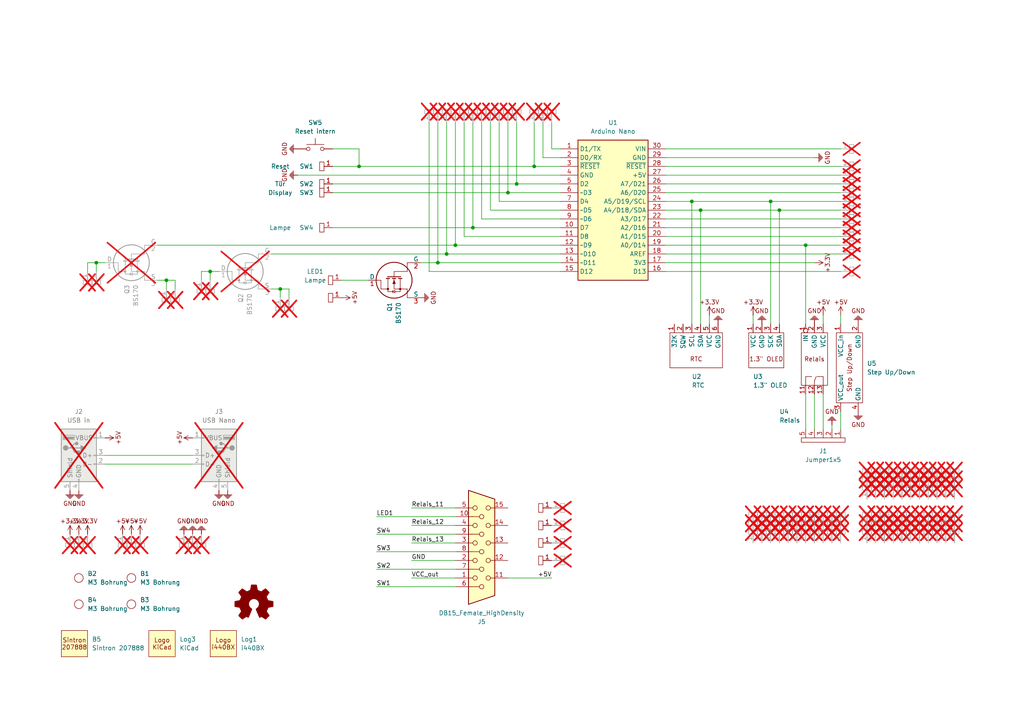
<source format=kicad_sch>
(kicad_sch (version 20231120) (generator "eeschema") (generator_version "8.0")
  (paper "A4")
  (lib_symbols
    (symbol "1-Logos:Logo KiCad"
      (property "Reference" "Log" (at 3.81 2.54 0))
      (property "Value" "KiCad" (at 3.81 -10.16 0))
      (symbol "Logo KiCad_1_1"
        (text "Logo\nKiCad" (at 3.81 -3.81 0) (effects (font (size 1.27 1.27))))
      )
    )
    (symbol "1-Logos:Logo Open Hardware" (pin_numbers hide) (pin_names (offset 0) hide) (exclude_from_sim yes) (in_bom no))
    (symbol "1-Logos:Logo i440BX"
      (property "Reference" "Log" (at 3.81 2.54 0))
      (property "Value" "i440BX" (at 3.81 -10.16 0))
      (symbol "Logo i440BX_1_1"
        (text "Logo\ni440BX" (at 3.81 -3.81 0) (effects (font (size 1.27 1.27))))
      )
    )
    (symbol "1-M Mechanische Elemente:M3 Bohrung"
      (property "Reference" "B" (at 0 2.54 0))
      (property "Value" "M3 Bohrung" (at 0 5.08 0))
    )
    (symbol "1-M Mechanische Elemente:Sintron Box 207888"
      (property "Reference" "B" (at 0 0 0))
      (property "Value" "Sintron 207888" (at 0 0 0))
      (symbol "Sintron Box 207888_1_1"
        (text "Sintron\n207888" (at 3.81 -3.81 0) (effects (font (size 1.27 1.27))))
      )
    )
    (symbol "1-PWR Power:+3.3V" (power) (pin_numbers hide) (pin_names (offset 0) hide)
      (symbol "+3.3V_0_0"
        (text "+3.3V" (at 0 3.81 0) (effects (font (size 1.27 1.27))))
      )
      (symbol "+3.3V_1_1"
        (pin power_in line (at 0 0 90) (length 2.54) (name "+3.3V") (number "1"))
      )
    )
    (symbol "1-PWR Power:+5V" (power) (pin_numbers hide) (pin_names (offset 0) hide)
      (symbol "+5V_0_0"
        (text "+5V" (at 0 3.81 0) (effects (font (size 1.27 1.27))))
      )
      (symbol "+5V_1_1"
        (pin power_in line (at 0 0 90) (length 2.54) (name "+5V") (number "1"))
      )
    )
    (symbol "1-PWR Power:0V" (power) (pin_numbers hide) (pin_names (offset 0) hide)
      (symbol "0V_0_0"
        (text "GND" (at 0 3.81 0) (effects (font (size 1.27 1.27))))
      )
      (symbol "0V_1_1"
        (pin power_in line (at 0 0 90) (length 1.27) (name "GND") (number "1"))
      )
    )
    (symbol "1-ST Pfostenstecker & -buchsen:Jumper1x1"
      (property "Reference" "ST" (at 0 0 0))
      (property "Value" "Jumper1x1" (at 0 2.54 0))
      (symbol "Jumper1x1_1_1"
        (pin passive line (at 0 -2.54 90) (length 2.54) (name "") (number "1"))
      )
    )
    (symbol "1-ST Pfostenstecker & -buchsen:Jumper1x5"
      (property "Reference" "ST" (at 0 0 0))
      (property "Value" "Jumper1x5" (at 0 2.54 0))
      (symbol "Jumper1x5_1_1"
        (pin passive line (at 0 -2.54 90) (length 2.54) (name "") (number "1"))
        (pin passive line (at 2.54 -2.54 90) (length 2.54) (name "") (number "2"))
        (pin passive line (at 5.08 -2.54 90) (length 2.54) (name "") (number "3"))
        (pin passive line (at 7.62 -2.54 90) (length 2.54) (name "") (number "4"))
        (pin passive line (at 10.16 -2.54 90) (length 2.54) (name "") (number "5"))
      )
    )
    (symbol "1-SW Schalter & Taster:Taster, schließer" (pin_numbers hide) (pin_names (offset 1.016) hide)
      (property "Reference" "SW" (at 1.27 2.54 0))
      (property "Value" "Taster, schließer" (at 0 -1.524 0))
      (symbol "Taster, schließer_0_1"
        (pin passive line (at -5.08 0 0) (length 2.54) (name "1") (number "1"))
        (pin passive line (at 5.08 0 180) (length 2.54) (name "2") (number "2"))
      )
    )
    (symbol "1-Transistoren:BS170" (pin_names (offset 0))
      (property "Reference" "Q" (at 5.08 2.54 0))
      (property "Value" "BS170" (at 5.08 0 0))
      (symbol "BS170_1_1"
        (pin passive line (at 0 7.62 270) (length 2.54) (name "D") (number "1"))
        (pin input line (at -5.08 -7.62 90) (length 2.54) (name "G") (number "2"))
        (pin passive line (at 5.08 -7.62 90) (length 2.54) (name "S") (number "3"))
      )
    )
    (symbol "4-Arduino:AZ Delivery 1.3{dblquote} OLED"
      (property "Reference" "U" (at 0 -15.24 0))
      (property "Value" "1.3\" OLED" (at 7.62 -15.24 0))
      (symbol "AZ Delivery 1.3{dblquote} OLED_1_1"
        (text "1.3\" OLED" (at 3.81 -10.16 0) (effects (font (size 1.27 1.27))))
        (pin input line (at 0 0 270) (length 2.54) (name "VCC") (number "1"))
        (pin input line (at 2.54 0 270) (length 2.54) (name "GND") (number "2"))
        (pin input line (at 5.08 0 270) (length 2.54) (name "SCK") (number "3"))
        (pin input line (at 7.62 0 270) (length 2.54) (name "SDA") (number "4"))
      )
    )
    (symbol "4-Arduino:AZ Step Up/Down"
      (property "Reference" "U" (at 7.62 -10.16 90))
      (property "Value" "Step Up/Down" (at -2.54 -12.7 90))
      (symbol "AZ Step Up/Down_1_1"
        (text "Step Up/Down" (at 2.54 -12.7 900) (effects (font (size 1.27 1.27))))
        (pin input line (at 0 0 270) (length 2.54) (name "VCC_in") (number "1"))
        (pin input line (at 5.08 0 270) (length 2.54) (name "GND") (number "2"))
        (pin passive line (at 0 -25.4 90) (length 2.54) (name "VCC_out") (number "3"))
        (pin passive line (at 5.08 -25.4 90) (length 2.54) (name "GND") (number "4"))
      )
    )
    (symbol "4-Arduino:AZ-Delivery RTC"
      (property "Reference" "U" (at 0 -15.24 0))
      (property "Value" "RTC" (at 12.7 -15.24 0))
      (symbol "AZ-Delivery RTC_1_1"
        (text "RTC\n" (at 6.35 -10.16 0) (effects (font (size 1.27 1.27))))
        (pin input line (at 0 0 270) (length 2.54) (name "32K") (number "1"))
        (pin input line (at 2.54 0 270) (length 2.54) (name "SQW") (number "2"))
        (pin input line (at 5.08 0 270) (length 2.54) (name "SCL") (number "3"))
        (pin input line (at 7.62 0 270) (length 2.54) (name "SDA") (number "4"))
        (pin input line (at 10.16 0 270) (length 2.54) (name "VCC") (number "5"))
        (pin input line (at 12.7 0 270) (length 2.54) (name "GND") (number "6"))
      )
    )
    (symbol "4-Arduino:AZ-Delivery Relais (2x Pinheader)"
      (property "Reference" "U" (at 7.62 -7.62 90))
      (property "Value" "Relaisboad" (at -2.54 -12.7 90))
      (symbol "AZ-Delivery Relais (2x Pinheader)_1_1"
        (text "Relais" (at 2.54 -10.16 0) (effects (font (size 1.27 1.27))))
        (pin input inverted (at 0 0 270) (length 2.54) (name "IN") (number "1"))
        (pin passive line (at 0 -20.32 90) (length 2.54) (name "~") (number "11"))
        (pin passive line (at 2.54 -20.32 90) (length 2.54) (name "~") (number "12"))
        (pin passive line (at 5.08 -20.32 90) (length 2.54) (name "~") (number "13"))
        (pin input line (at 2.54 0 270) (length 2.54) (name "GND") (number "2"))
        (pin input line (at 5.08 0 270) (length 2.54) (name "VCC") (number "3"))
      )
    )
    (symbol "4-Arduino:Arduino Nano"
      (property "Reference" "U" (at -10.16 24.13 0))
      (property "Value" "Arduino Nano" (at -10.16 22.86 0))
      (symbol "Arduino Nano_1_1"
        (pin bidirectional line (at -15.24 17.78 0) (length 5.08) (name "D1/TX") (number "1"))
        (pin bidirectional line (at -15.24 -5.08 0) (length 5.08) (name "D7") (number "10"))
        (pin bidirectional line (at -15.24 -7.62 0) (length 5.08) (name "D8") (number "11"))
        (pin bidirectional line (at -15.24 -10.16 0) (length 5.08) (name "~D9") (number "12"))
        (pin bidirectional line (at -15.24 -12.7 0) (length 5.08) (name "~D10") (number "13"))
        (pin bidirectional line (at -15.24 -15.24 0) (length 5.08) (name "~D11") (number "14"))
        (pin bidirectional line (at -15.24 -17.78 0) (length 5.08) (name "D12") (number "15"))
        (pin bidirectional line (at 15.24 -17.78 180) (length 5.08) (name "D13") (number "16"))
        (pin power_out line (at 15.24 -15.24 180) (length 5.08) (name "3V3") (number "17"))
        (pin input line (at 15.24 -12.7 180) (length 5.08) (name "AREF") (number "18"))
        (pin bidirectional line (at 15.24 -10.16 180) (length 5.08) (name "A0/D14") (number "19"))
        (pin bidirectional line (at -15.24 15.24 0) (length 5.08) (name "D0/RX") (number "2"))
        (pin bidirectional line (at 15.24 -7.62 180) (length 5.08) (name "A1/D15") (number "20"))
        (pin bidirectional line (at 15.24 -5.08 180) (length 5.08) (name "A2/D16") (number "21"))
        (pin bidirectional line (at 15.24 -2.54 180) (length 5.08) (name "A3/D17") (number "22"))
        (pin bidirectional line (at 15.24 0 180) (length 5.08) (name "A4/D18/SDA") (number "23"))
        (pin bidirectional line (at 15.24 2.54 180) (length 5.08) (name "A5/D19/SCL") (number "24"))
        (pin bidirectional line (at 15.24 5.08 180) (length 5.08) (name "A6/D20") (number "25"))
        (pin bidirectional line (at 15.24 7.62 180) (length 5.08) (name "A7/D21") (number "26"))
        (pin power_out line (at 15.24 10.16 180) (length 5.08) (name "+5V") (number "27"))
        (pin input line (at 15.24 12.7 180) (length 5.08) (name "~{RESET}") (number "28"))
        (pin power_in line (at 15.24 15.24 180) (length 5.08) (name "GND") (number "29"))
        (pin input line (at -15.24 12.7 0) (length 5.08) (name "~{RESET}") (number "3"))
        (pin power_in line (at 15.24 17.78 180) (length 5.08) (name "VIN") (number "30"))
        (pin power_in line (at -15.24 10.16 0) (length 5.08) (name "GND") (number "4"))
        (pin bidirectional line (at -15.24 7.62 0) (length 5.08) (name "D2") (number "5"))
        (pin bidirectional line (at -15.24 5.08 0) (length 5.08) (name "~D3") (number "6"))
        (pin bidirectional line (at -15.24 2.54 0) (length 5.08) (name "D4") (number "7"))
        (pin bidirectional line (at -15.24 0 0) (length 5.08) (name "~D5") (number "8"))
        (pin bidirectional line (at -15.24 -2.54 0) (length 5.08) (name "~D6") (number "9"))
      )
    )
    (symbol "Connector:DB15_Female_HighDensity" (pin_names (offset 1.016) hide)
      (property "Reference" "J" (at 0 21.59 0))
      (property "Value" "DB15_Female_HighDensity" (at 0 19.05 0))
      (symbol "DB15_Female_HighDensity_1_1"
        (pin passive line (at -7.62 10.16 0) (length 5.08) (name "~") (number "1"))
        (pin passive line (at -7.62 -7.62 0) (length 5.08) (name "~") (number "10"))
        (pin passive line (at 7.62 10.16 180) (length 5.08) (name "~") (number "11"))
        (pin passive line (at 7.62 5.08 180) (length 5.08) (name "~") (number "12"))
        (pin passive line (at 7.62 0 180) (length 5.08) (name "~") (number "13"))
        (pin passive line (at 7.62 -5.08 180) (length 5.08) (name "~") (number "14"))
        (pin passive line (at 7.62 -10.16 180) (length 5.08) (name "~") (number "15"))
        (pin passive line (at -7.62 5.08 0) (length 5.08) (name "~") (number "2"))
        (pin passive line (at -7.62 0 0) (length 5.08) (name "~") (number "3"))
        (pin passive line (at -7.62 -5.08 0) (length 5.08) (name "~") (number "4"))
        (pin passive line (at -7.62 -10.16 0) (length 5.08) (name "~") (number "5"))
        (pin passive line (at -7.62 12.7 0) (length 5.08) (name "~") (number "6"))
        (pin passive line (at -7.62 7.62 0) (length 5.08) (name "~") (number "7"))
        (pin passive line (at -7.62 2.54 0) (length 5.08) (name "~") (number "8"))
        (pin passive line (at -7.62 -2.54 0) (length 5.08) (name "~") (number "9"))
      )
    )
    (symbol "Connector:USB_A" (pin_names (offset 1.016))
      (property "Reference" "J" (at -5.08 11.43 0))
      (property "Value" "USB_A" (at -5.08 8.89 0))
      (symbol "USB_A_1_1"
        (pin power_in line (at 7.62 5.08 180) (length 2.54) (name "VBUS") (number "1"))
        (pin bidirectional line (at 7.62 -2.54 180) (length 2.54) (name "D-") (number "2"))
        (pin bidirectional line (at 7.62 0 180) (length 2.54) (name "D+") (number "3"))
        (pin power_in line (at 0 -10.16 90) (length 2.54) (name "GND") (number "4"))
        (pin passive line (at -2.54 -10.16 90) (length 2.54) (name "Shield") (number "5"))
      )
    )
  )
  (junction (at 149.86 53.34))
  (junction (at 200.66 58.42))
  (junction (at 60.96 78.74))
  (junction (at 226.06 60.96))
  (junction (at 137.16 66.04))
  (junction (at 129.54 73.66))
  (junction (at 132.08 71.12))
  (junction (at 223.52 58.42))
  (junction (at 233.68 71.12))
  (junction (at 203.2 60.96))
  (junction (at 154.94 48.26))
  (junction (at 127 76.2))
  (junction (at 27.94 76.2))
  (junction (at 147.32 55.88))
  (junction (at 104.14 48.26))
  (junction (at 81.28 83.82))
  (junction (at 48.26 81.28))
  (wire (pts (xy 144.78 35.56) (xy 144.78 58.42)))
  (wire (pts (xy 127 35.56) (xy 127 76.2)))
  (wire (pts (xy 241.3 124.46) (xy 241.3 123.19)))
  (wire (pts (xy 160.02 35.56) (xy 160.02 43.18)))
  (wire (pts (xy 119.38 152.4) (xy 132.08 152.4)))
  (wire (pts (xy 205.74 91.44) (xy 205.74 93.98)))
  (wire (pts (xy 104.14 43.18) (xy 104.14 48.26)))
  (wire (pts (xy 147.32 55.88) (xy 96.52 55.88)))
  (wire (pts (xy 78.74 73.66) (xy 129.54 73.66)))
  (wire (pts (xy 109.22 170.18) (xy 132.08 170.18)))
  (wire (pts (xy 60.96 78.74) (xy 58.42 78.74)))
  (wire (pts (xy 193.04 48.26) (xy 243.84 48.26)))
  (wire (pts (xy 45.72 71.12) (xy 132.08 71.12)))
  (wire (pts (xy 139.7 63.5) (xy 162.56 63.5)))
  (wire (pts (xy 144.78 58.42) (xy 162.56 58.42)))
  (wire (pts (xy 132.08 71.12) (xy 162.56 71.12)))
  (wire (pts (xy 124.46 78.74) (xy 162.56 78.74)))
  (wire (pts (xy 60.96 81.28) (xy 60.96 78.74)))
  (wire (pts (xy 236.22 114.3) (xy 236.22 124.46)))
  (wire (pts (xy 137.16 35.56) (xy 137.16 66.04)))
  (wire (pts (xy 127 76.2) (xy 162.56 76.2)))
  (wire (pts (xy 96.52 48.26) (xy 104.14 48.26)))
  (wire (pts (xy 137.16 66.04) (xy 162.56 66.04)))
  (wire (pts (xy 142.24 35.56) (xy 142.24 60.96)))
  (wire (pts (xy 243.84 91.44) (xy 243.84 93.98)))
  (wire (pts (xy 193.04 60.96) (xy 203.2 60.96)))
  (wire (pts (xy 243.84 50.8) (xy 193.04 50.8)))
  (wire (pts (xy 243.84 66.04) (xy 193.04 66.04)))
  (wire (pts (xy 104.14 48.26) (xy 154.94 48.26)))
  (wire (pts (xy 147.32 35.56) (xy 147.32 55.88)))
  (wire (pts (xy 243.84 119.38) (xy 243.84 124.46)))
  (wire (pts (xy 27.94 76.2) (xy 25.4 76.2)))
  (wire (pts (xy 45.72 81.28) (xy 48.26 81.28)))
  (wire (pts (xy 48.26 81.28) (xy 50.8 81.28)))
  (wire (pts (xy 96.52 66.04) (xy 137.16 66.04)))
  (wire (pts (xy 81.28 83.82) (xy 83.82 83.82)))
  (wire (pts (xy 233.68 71.12) (xy 243.84 71.12)))
  (wire (pts (xy 134.62 35.56) (xy 134.62 68.58)))
  (wire (pts (xy 109.22 149.86) (xy 132.08 149.86)))
  (wire (pts (xy 243.84 55.88) (xy 193.04 55.88)))
  (wire (pts (xy 157.48 45.72) (xy 162.56 45.72)))
  (wire (pts (xy 30.48 76.2) (xy 27.94 76.2)))
  (wire (pts (xy 233.68 114.3) (xy 233.68 124.46)))
  (wire (pts (xy 119.38 162.56) (xy 132.08 162.56)))
  (wire (pts (xy 243.84 53.34) (xy 193.04 53.34)))
  (wire (pts (xy 200.66 58.42) (xy 200.66 93.98)))
  (wire (pts (xy 203.2 60.96) (xy 226.06 60.96)))
  (wire (pts (xy 129.54 35.56) (xy 129.54 73.66)))
  (wire (pts (xy 134.62 68.58) (xy 162.56 68.58)))
  (wire (pts (xy 218.44 91.44) (xy 218.44 93.98)))
  (wire (pts (xy 243.84 63.5) (xy 193.04 63.5)))
  (wire (pts (xy 223.52 58.42) (xy 243.84 58.42)))
  (wire (pts (xy 243.84 68.58) (xy 193.04 68.58)))
  (wire (pts (xy 160.02 43.18) (xy 162.56 43.18)))
  (wire (pts (xy 236.22 45.72) (xy 193.04 45.72)))
  (wire (pts (xy 99.06 81.28) (xy 106.68 81.28)))
  (wire (pts (xy 142.24 60.96) (xy 162.56 60.96)))
  (wire (pts (xy 243.84 78.74) (xy 193.04 78.74)))
  (wire (pts (xy 25.4 76.2) (xy 25.4 78.74)))
  (wire (pts (xy 119.38 157.48) (xy 132.08 157.48)))
  (wire (pts (xy 83.82 83.82) (xy 83.82 86.36)))
  (wire (pts (xy 200.66 58.42) (xy 223.52 58.42)))
  (wire (pts (xy 233.68 71.12) (xy 233.68 93.98)))
  (wire (pts (xy 48.26 83.82) (xy 48.26 81.28)))
  (wire (pts (xy 149.86 35.56) (xy 149.86 53.34)))
  (wire (pts (xy 121.92 76.2) (xy 127 76.2)))
  (wire (pts (xy 119.38 147.32) (xy 132.08 147.32)))
  (wire (pts (xy 203.2 60.96) (xy 203.2 93.98)))
  (wire (pts (xy 124.46 35.56) (xy 124.46 78.74)))
  (wire (pts (xy 243.84 43.18) (xy 193.04 43.18)))
  (wire (pts (xy 30.48 132.08) (xy 55.88 132.08)))
  (wire (pts (xy 243.84 73.66) (xy 193.04 73.66)))
  (wire (pts (xy 81.28 86.36) (xy 81.28 83.82)))
  (wire (pts (xy 226.06 60.96) (xy 243.84 60.96)))
  (wire (pts (xy 109.22 154.94) (xy 132.08 154.94)))
  (wire (pts (xy 30.48 134.62) (xy 55.88 134.62)))
  (wire (pts (xy 154.94 35.56) (xy 154.94 48.26)))
  (wire (pts (xy 50.8 81.28) (xy 50.8 83.82)))
  (wire (pts (xy 154.94 48.26) (xy 162.56 48.26)))
  (wire (pts (xy 238.76 91.44) (xy 238.76 93.98)))
  (wire (pts (xy 86.36 50.8) (xy 162.56 50.8)))
  (wire (pts (xy 78.74 83.82) (xy 81.28 83.82)))
  (wire (pts (xy 109.22 160.02) (xy 132.08 160.02)))
  (wire (pts (xy 139.7 35.56) (xy 139.7 63.5)))
  (wire (pts (xy 193.04 71.12) (xy 233.68 71.12)))
  (wire (pts (xy 160.02 167.64) (xy 147.32 167.64)))
  (wire (pts (xy 193.04 58.42) (xy 200.66 58.42)))
  (wire (pts (xy 132.08 35.56) (xy 132.08 71.12)))
  (wire (pts (xy 27.94 78.74) (xy 27.94 76.2)))
  (wire (pts (xy 58.42 78.74) (xy 58.42 81.28)))
  (wire (pts (xy 96.52 43.18) (xy 104.14 43.18)))
  (wire (pts (xy 236.22 76.2) (xy 193.04 76.2)))
  (wire (pts (xy 63.5 78.74) (xy 60.96 78.74)))
  (wire (pts (xy 238.76 114.3) (xy 238.76 124.46)))
  (wire (pts (xy 96.52 53.34) (xy 149.86 53.34)))
  (wire (pts (xy 109.22 165.1) (xy 132.08 165.1)))
  (wire (pts (xy 119.38 167.64) (xy 132.08 167.64)))
  (wire (pts (xy 157.48 35.56) (xy 157.48 45.72)))
  (wire (pts (xy 149.86 53.34) (xy 162.56 53.34)))
  (wire (pts (xy 147.32 55.88) (xy 162.56 55.88)))
  (wire (pts (xy 226.06 93.98) (xy 226.06 60.96)))
  (wire (pts (xy 129.54 73.66) (xy 162.56 73.66)))
  (wire (pts (xy 223.52 93.98) (xy 223.52 58.42)))
  (label "LED1" (at 109.22 149.86 0))
  (label "+5V" (at 160.02 167.64 180))
  (label "VCC_out" (at 119.38 167.64 0))
  (label "Relais_12" (at 119.38 152.4 0))
  (label "Relais_11" (at 119.38 147.32 0))
  (label "SW2" (at 109.22 165.1 0))
  (label "SW1" (at 109.22 170.18 0))
  (label "SW4" (at 109.22 154.94 0))
  (label "GND" (at 119.38 162.56 0))
  (label "SW3" (at 109.22 160.02 0))
  (label "Relais_13" (at 119.38 157.48 0))
  (symbol (lib_id "1-ST Pfostenstecker & -buchsen:Jumper1x1") (at 93.98 48.26 90) (unit 1)
    (property "Reference" "SW1" (at 88.9 48.26 90))
    (property "Value" "Reset" (at 81.28 48.26 90))
    (property "Footprint" "1-Jumper:JP, 1x1, stehend, P2.54" (effects (hide yes)))
  )
  (symbol (lib_id "4-Arduino:AZ-Delivery RTC") (at 195.58 93.98 0) (unit 1)
    (property "Reference" "U2" (at 200.66 109.22 0) (effects (justify left)))
    (property "Value" "RTC" (at 200.66 111.76 0) (effects (justify left)))
    (property "Footprint" "1-µController:AZ-Delivery RTC" (effects (hide yes)))
  )
  (symbol (lib_id "1-M Mechanische Elemente:M3 Bohrung") (at 22.86 167.64 0) (unit 1)
    (property "Reference" "B2" (at 25.4 166.3699 0) (effects (justify left)))
    (property "Value" "M3 Bohrung" (at 25.4 168.9099 0) (effects (justify left)))
    (property "Footprint" "1-Mechanische Elemente:M3 Bohrung" (effects (hide yes)))
  )
  (symbol (lib_id "1-ST Pfostenstecker & -buchsen:Jumper1x1") (at 241.3 149.86 0) (unit 1) (dnp yes)
    (property "Reference" "ST104" (effects (hide yes)))
    (property "Value" "Jumper1x1" (effects (hide yes)))
    (property "Footprint" "1-Jumper:JP, 1x1, stehend, P2.54, ohne Slikscreen" (effects (hide yes)))
  )
  (symbol (lib_id "1-PWR Power:+5V") (at 30.48 127 270) (unit 1)
    (property "Reference" "#PWR021" (effects (hide yes)))
    (property "Value" "+5V" (effects (hide yes)))
    (property "Description" "Power symbol creates a global label with name \"+5V\"" (effects (hide yes)))
  )
  (symbol (lib_id "1-ST Pfostenstecker & -buchsen:Jumper1x1") (at 261.62 142.24 0) (unit 1) (dnp yes)
    (property "Reference" "ST124" (effects (hide yes)))
    (property "Value" "Jumper1x1" (effects (hide yes)))
    (property "Footprint" "1-Jumper:JP, 1x1, stehend, P2.54, ohne Slikscreen" (effects (hide yes)))
  )
  (symbol (lib_id "1-ST Pfostenstecker & -buchsen:Jumper1x1") (at 93.98 53.34 90) (unit 1)
    (property "Reference" "SW2" (at 88.9 53.34 90))
    (property "Value" "Tür" (at 81.28 53.34 90))
    (property "Footprint" "1-Jumper:JP, 1x1, stehend, P2.54" (effects (hide yes)))
  )
  (symbol (lib_id "1-PWR Power:0V") (at 53.34 154.94 0) (unit 1)
    (property "Reference" "#PWR025" (effects (hide yes)))
    (property "Value" "0V" (effects (hide yes)))
    (property "Description" "Power symbol creates a global label with name \"GND\" , ground" (effects (hide yes)))
  )
  (symbol (lib_id "1-ST Pfostenstecker & -buchsen:Jumper1x1") (at 276.86 152.4 0) (unit 1) (dnp yes)
    (property "Reference" "ST65" (effects (hide yes)))
    (property "Value" "Jumper1x1" (effects (hide yes)))
    (property "Footprint" "1-Jumper:JP, 1x1, stehend, P2.54, ohne Slikscreen" (effects (hide yes)))
  )
  (symbol (lib_id "1-ST Pfostenstecker & -buchsen:Jumper1x1") (at 157.48 152.4 90) (unit 1)
    (property "Reference" "ST39" (effects (hide yes)))
    (property "Value" "GND" (effects (hide yes)))
    (property "Footprint" "1-Jumper:JP, 1x1, stehend, P2.54, ohne Slikscreen" (effects (hide yes)))
  )
  (symbol (lib_id "1-Logos:Logo Open Hardware") (at 73.66 175.26 0) (unit 1) (exclude_from_sim yes) (in_bom no)
    (property "Reference" "Log2" (effects (hide yes)))
    (property "Value" "Open Hardware" (effects (hide yes)))
    (property "Footprint" "1-Logos:Logo OSHW" (effects (hide yes)))
  )
  (symbol (lib_id "1-ST Pfostenstecker & -buchsen:Jumper1x1") (at 266.7 142.24 0) (unit 1) (dnp yes)
    (property "Reference" "ST130" (effects (hide yes)))
    (property "Value" "Jumper1x1" (effects (hide yes)))
    (property "Footprint" "1-Jumper:JP, 1x1, stehend, P2.54, ohne Slikscreen" (effects (hide yes)))
  )
  (symbol (lib_id "1-ST Pfostenstecker & -buchsen:Jumper1x1") (at 274.32 152.4 0) (unit 1) (dnp yes)
    (property "Reference" "ST64" (effects (hide yes)))
    (property "Value" "Jumper1x1" (effects (hide yes)))
    (property "Footprint" "1-Jumper:JP, 1x1, stehend, P2.54, ohne Slikscreen" (effects (hide yes)))
  )
  (symbol (lib_id "1-ST Pfostenstecker & -buchsen:Jumper1x1") (at 132.08 33.02 0) (unit 1) (dnp yes)
    (property "Reference" "ST14" (effects (hide yes)))
    (property "Value" "Jumper1x1" (effects (hide yes)))
    (property "Footprint" "1-Jumper:JP, 1x1, stehend, P2.54, ohne Slikscreen" (effects (hide yes)))
  )
  (symbol (lib_id "1-ST Pfostenstecker & -buchsen:Jumper1x1") (at 246.38 68.58 270) (unit 1) (dnp yes)
    (property "Reference" "ST7" (effects (hide yes)))
    (property "Value" "Jumper1x1" (effects (hide yes)))
    (property "Footprint" "1-Jumper:JP, 1x1, stehend, P2.54, ohne Slikscreen" (effects (hide yes)))
  )
  (symbol (lib_id "1-ST Pfostenstecker & -buchsen:Jumper1x1") (at 127 33.02 0) (unit 1) (dnp yes)
    (property "Reference" "ST25" (effects (hide yes)))
    (property "Value" "Jumper1x1" (effects (hide yes)))
    (property "Footprint" "1-Jumper:JP, 1x1, stehend, P2.54, ohne Slikscreen" (effects (hide yes)))
  )
  (symbol (lib_id "1-ST Pfostenstecker & -buchsen:Jumper1x1") (at 35.56 157.48 180) (unit 1) (dnp yes)
    (property "Reference" "ST29" (effects (hide yes)))
    (property "Value" "5V" (effects (hide yes)))
    (property "Footprint" "1-Jumper:JP, 1x1, stehend, P2.54, ohne Slikscreen" (effects (hide yes)))
  )
  (symbol (lib_id "1-M Mechanische Elemente:M3 Bohrung") (at 38.1 175.26 0) (unit 1)
    (property "Reference" "B3" (at 40.64 173.9899 0) (effects (justify left)))
    (property "Value" "M3 Bohrung" (at 40.64 176.5299 0) (effects (justify left)))
    (property "Footprint" "1-Mechanische Elemente:M3 Bohrung" (effects (hide yes)))
  )
  (symbol (lib_id "1-ST Pfostenstecker & -buchsen:Jumper1x1") (at 266.7 149.86 0) (unit 1) (dnp yes)
    (property "Reference" "ST50" (effects (hide yes)))
    (property "Value" "Jumper1x1" (effects (hide yes)))
    (property "Footprint" "1-Jumper:JP, 1x1, stehend, P2.54, ohne Slikscreen" (effects (hide yes)))
  )
  (symbol (lib_id "1-ST Pfostenstecker & -buchsen:Jumper1x1") (at 223.52 154.94 0) (unit 1) (dnp yes)
    (property "Reference" "ST85" (effects (hide yes)))
    (property "Value" "Jumper1x1" (effects (hide yes)))
    (property "Footprint" "1-Jumper:JP, 1x1, stehend, P2.54, ohne Slikscreen" (effects (hide yes)))
  )
  (symbol (lib_id "1-ST Pfostenstecker & -buchsen:Jumper1x1") (at 157.48 162.56 90) (unit 1)
    (property "Reference" "ST35" (effects (hide yes)))
    (property "Value" "GND" (effects (hide yes)))
    (property "Footprint" "1-Jumper:JP, 1x1, stehend, P2.54, ohne Slikscreen" (effects (hide yes)))
  )
  (symbol (lib_id "1-ST Pfostenstecker & -buchsen:Jumper1x1") (at 50.8 86.36 0) (mirror x) (unit 1) (dnp yes)
    (property "Reference" "ST196" (effects (hide yes)))
    (property "Value" "Jumper1x1" (effects (hide yes)))
    (property "Footprint" "1-Jumper:JP, 1x1, stehend, P2.54, ohne Slikscreen" (effects (hide yes)))
  )
  (symbol (lib_id "1-ST Pfostenstecker & -buchsen:Jumper1x1") (at 269.24 137.16 0) (unit 1) (dnp yes)
    (property "Reference" "ST131" (effects (hide yes)))
    (property "Value" "Jumper1x1" (effects (hide yes)))
    (property "Footprint" "1-Jumper:JP, 1x1, stehend, P2.54, ohne Slikscreen" (effects (hide yes)))
  )
  (symbol (lib_id "1-ST Pfostenstecker & -buchsen:Jumper1x1") (at 254 137.16 0) (unit 1) (dnp yes)
    (property "Reference" "ST113" (effects (hide yes)))
    (property "Value" "Jumper1x1" (effects (hide yes)))
    (property "Footprint" "1-Jumper:JP, 1x1, stehend, P2.54, ohne Slikscreen" (effects (hide yes)))
  )
  (symbol (lib_id "1-ST Pfostenstecker & -buchsen:Jumper1x1") (at 160.02 33.02 0) (unit 1) (dnp yes)
    (property "Reference" "ST10" (effects (hide yes)))
    (property "Value" "Jumper1x1" (effects (hide yes)))
    (property "Footprint" "1-Jumper:JP, 1x1, stehend, P2.54, ohne Slikscreen" (effects (hide yes)))
  )
  (symbol (lib_id "1-ST Pfostenstecker & -buchsen:Jumper1x1") (at 60.96 83.82 180) (unit 1) (dnp yes)
    (property "Reference" "ST189" (effects (hide yes)))
    (property "Value" "Jumper1x1" (effects (hide yes)))
    (property "Footprint" "1-Jumper:JP, 1x1, stehend, P2.54, ohne Slikscreen" (effects (hide yes)))
  )
  (symbol (lib_id "1-Logos:Logo KiCad") (at 43.18 182.88 0) (unit 1)
    (property "Reference" "Log3" (at 52.07 185.4199 0) (effects (justify left)))
    (property "Value" "KiCad" (at 52.07 187.9599 0) (effects (justify left)))
    (property "Footprint" "1-Logos:Logo KiCad" (effects (hide yes)))
  )
  (symbol (lib_id "1-ST Pfostenstecker & -buchsen:Jumper1x1") (at 254 149.86 0) (unit 1) (dnp yes)
    (property "Reference" "ST45" (effects (hide yes)))
    (property "Value" "Jumper1x1" (effects (hide yes)))
    (property "Footprint" "1-Jumper:JP, 1x1, stehend, P2.54, ohne Slikscreen" (effects (hide yes)))
  )
  (symbol (lib_id "1-ST Pfostenstecker & -buchsen:Jumper1x1") (at 22.86 157.48 180) (unit 1) (dnp yes)
    (property "Reference" "ST33" (effects (hide yes)))
    (property "Value" "3.3V" (effects (hide yes)))
    (property "Footprint" "1-Jumper:JP, 1x1, stehend, P2.54, ohne Slikscreen" (effects (hide yes)))
  )
  (symbol (lib_id "1-ST Pfostenstecker & -buchsen:Jumper1x1") (at 231.14 154.94 0) (unit 1) (dnp yes)
    (property "Reference" "ST94" (effects (hide yes)))
    (property "Value" "Jumper1x1" (effects (hide yes)))
    (property "Footprint" "1-Jumper:JP, 1x1, stehend, P2.54, ohne Slikscreen" (effects (hide yes)))
  )
  (symbol (lib_id "1-ST Pfostenstecker & -buchsen:Jumper1x1") (at 246.38 73.66 270) (unit 1) (dnp yes)
    (property "Reference" "ST8" (effects (hide yes)))
    (property "Value" "Jumper1x1" (effects (hide yes)))
    (property "Footprint" "1-Jumper:JP, 1x1, stehend, P2.54, ohne Slikscreen" (effects (hide yes)))
  )
  (symbol (lib_id "1-PWR Power:+3.3V") (at 20.32 154.94 0) (unit 1)
    (property "Reference" "#PWR031" (effects (hide yes)))
    (property "Value" "+3.3V" (effects (hide yes)))
    (property "Description" "Power symbol creates a global label with name \"+3.3V\"" (effects (hide yes)))
  )
  (symbol (lib_id "Connector:DB15_Female_HighDensity") (at 139.7 157.48 0) (mirror x) (unit 1) (on_board no)
    (property "Reference" "J5" (at 139.7 180.34 0))
    (property "Value" "DB15_Female_HighDensity" (at 139.7 177.8 0))
    (property "Datasheet" " ~" (effects (hide yes)))
    (property "Description" "15-pin female D-SUB connector, High density (3 columns), Triple Row, Generic, VGA-connector" (effects (hide yes)))
  )
  (symbol (lib_id "1-PWR Power:0V") (at 66.04 142.24 180) (unit 1)
    (property "Reference" "#PWR018" (effects (hide yes)))
    (property "Value" "0V" (effects (hide yes)))
    (property "Description" "Power symbol creates a global label with name \"GND\" , ground" (effects (hide yes)))
  )
  (symbol (lib_id "1-ST Pfostenstecker & -buchsen:Jumper1x1") (at 261.62 137.16 0) (unit 1) (dnp yes)
    (property "Reference" "ST122" (effects (hide yes)))
    (property "Value" "Jumper1x1" (effects (hide yes)))
    (property "Footprint" "1-Jumper:JP, 1x1, stehend, P2.54, ohne Slikscreen" (effects (hide yes)))
  )
  (symbol (lib_id "Connector:USB_A") (at 63.5 132.08 0) (mirror y) (unit 1) (dnp yes)
    (property "Reference" "J3" (at 63.5 119.38 0))
    (property "Value" "USB Nano" (at 63.5 121.92 0))
    (property "Footprint" "1-Jumper:JP, 1x4, stehend, P2.54" (effects (hide yes)))
    (property "Datasheet" " ~" (effects (hide yes)))
    (property "Description" "USB Type A connector" (effects (hide yes)))
  )
  (symbol (lib_id "1-M Mechanische Elemente:Sintron Box 207888") (at 17.78 182.88 0) (unit 1)
    (property "Reference" "B5" (at 26.67 185.4199 0) (effects (justify left)))
    (property "Value" "Sintron 207888" (at 26.67 187.9599 0) (effects (justify left)))
    (property "Footprint" "1-Mechanische Elemente:Sintron 207888" (effects (hide yes)))
  )
  (symbol (lib_id "1-ST Pfostenstecker & -buchsen:Jumper1x1") (at 269.24 149.86 0) (unit 1) (dnp yes)
    (property "Reference" "ST51" (effects (hide yes)))
    (property "Value" "Jumper1x1" (effects (hide yes)))
    (property "Footprint" "1-Jumper:JP, 1x1, stehend, P2.54, ohne Slikscreen" (effects (hide yes)))
  )
  (symbol (lib_id "1-ST Pfostenstecker & -buchsen:Jumper1x1") (at 264.16 154.94 0) (unit 1) (dnp yes)
    (property "Reference" "ST71" (effects (hide yes)))
    (property "Value" "Jumper1x1" (effects (hide yes)))
    (property "Footprint" "1-Jumper:JP, 1x1, stehend, P2.54, ohne Slikscreen" (effects (hide yes)))
  )
  (symbol (lib_id "1-ST Pfostenstecker & -buchsen:Jumper1x1") (at 254 139.7 0) (unit 1) (dnp yes)
    (property "Reference" "ST114" (effects (hide yes)))
    (property "Value" "Jumper1x1" (effects (hide yes)))
    (property "Footprint" "1-Jumper:JP, 1x1, stehend, P2.54, ohne Slikscreen" (effects (hide yes)))
  )
  (symbol (lib_id "1-PWR Power:0V") (at 248.92 93.98 0) (unit 1)
    (property "Reference" "#PWR07" (effects (hide yes)))
    (property "Value" "0V" (effects (hide yes)))
    (property "Description" "Power symbol creates a global label with name \"GND\" , ground" (effects (hide yes)))
  )
  (symbol (lib_id "1-ST Pfostenstecker & -buchsen:Jumper1x1") (at 256.54 149.86 0) (unit 1) (dnp yes)
    (property "Reference" "ST46" (effects (hide yes)))
    (property "Value" "Jumper1x1" (effects (hide yes)))
    (property "Footprint" "1-Jumper:JP, 1x1, stehend, P2.54, ohne Slikscreen" (effects (hide yes)))
  )
  (symbol (lib_id "1-ST Pfostenstecker & -buchsen:Jumper1x1") (at 254 152.4 0) (unit 1) (dnp yes)
    (property "Reference" "ST56" (effects (hide yes)))
    (property "Value" "Jumper1x1" (effects (hide yes)))
    (property "Footprint" "1-Jumper:JP, 1x1, stehend, P2.54, ohne Slikscreen" (effects (hide yes)))
  )
  (symbol (lib_id "4-Arduino:AZ-Delivery Relais (2x Pinheader)") (at 233.68 93.98 0) (unit 1)
    (property "Reference" "U4" (at 226.06 119.38 0) (effects (justify left)))
    (property "Value" "Relais" (at 226.06 121.92 0) (effects (justify left)))
    (property "Footprint" "1-µController:AZ-Delivery Relais (2x Pinheader)" (effects (hide yes)))
  )
  (symbol (lib_id "1-ST Pfostenstecker & -buchsen:Jumper1x1") (at 233.68 152.4 0) (unit 1) (dnp yes)
    (property "Reference" "ST96" (effects (hide yes)))
    (property "Value" "Jumper1x1" (effects (hide yes)))
    (property "Footprint" "1-Jumper:JP, 1x1, stehend, P2.54, ohne Slikscreen" (effects (hide yes)))
  )
  (symbol (lib_id "1-ST Pfostenstecker & -buchsen:Jumper1x5") (at 243.84 127 180) (unit 1)
    (property "Reference" "J1" (at 238.76 130.81 0))
    (property "Value" "Jumper1x5" (at 238.76 133.35 0))
    (property "Footprint" "1-Jumper:JP, 1x5, stehend, P2.54" (effects (hide yes)))
  )
  (symbol (lib_id "1-ST Pfostenstecker & -buchsen:Jumper1x1") (at 147.32 33.02 0) (unit 1) (dnp yes)
    (property "Reference" "ST21" (effects (hide yes)))
    (property "Value" "Jumper1x1" (effects (hide yes)))
    (property "Footprint" "1-Jumper:JP, 1x1, stehend, P2.54, ohne Slikscreen" (effects (hide yes)))
  )
  (symbol (lib_id "1-PWR Power:0V") (at 241.3 123.19 0) (unit 1)
    (property "Reference" "#PWR016" (effects (hide yes)))
    (property "Value" "0V" (effects (hide yes)))
    (property "Description" "Power symbol creates a global label with name \"GND\" , ground" (effects (hide yes)))
  )
  (symbol (lib_id "1-ST Pfostenstecker & -buchsen:Jumper1x1") (at 228.6 152.4 0) (unit 1) (dnp yes)
    (property "Reference" "ST90" (effects (hide yes)))
    (property "Value" "Jumper1x1" (effects (hide yes)))
    (property "Footprint" "1-Jumper:JP, 1x1, stehend, P2.54, ohne Slikscreen" (effects (hide yes)))
  )
  (symbol (lib_id "1-ST Pfostenstecker & -buchsen:Jumper1x1") (at 271.78 137.16 0) (unit 1) (dnp yes)
    (property "Reference" "ST134" (effects (hide yes)))
    (property "Value" "Jumper1x1" (effects (hide yes)))
    (property "Footprint" "1-Jumper:JP, 1x1, stehend, P2.54, ohne Slikscreen" (effects (hide yes)))
  )
  (symbol (lib_id "1-PWR Power:0V") (at 248.92 119.38 180) (unit 1)
    (property "Reference" "#PWR08" (effects (hide yes)))
    (property "Value" "0V" (effects (hide yes)))
    (property "Description" "Power symbol creates a global label with name \"GND\" , ground" (effects (hide yes)))
  )
  (symbol (lib_id "1-ST Pfostenstecker & -buchsen:Jumper1x1") (at 48.26 86.36 0) (mirror x) (unit 1) (dnp yes)
    (property "Reference" "ST195" (effects (hide yes)))
    (property "Value" "Jumper1x1" (effects (hide yes)))
    (property "Footprint" "1-Jumper:JP, 1x1, stehend, P2.54, ohne Slikscreen" (effects (hide yes)))
  )
  (symbol (lib_id "1-ST Pfostenstecker & -buchsen:Jumper1x1") (at 223.52 149.86 0) (unit 1) (dnp yes)
    (property "Reference" "ST83" (effects (hide yes)))
    (property "Value" "Jumper1x1" (effects (hide yes)))
    (property "Footprint" "1-Jumper:JP, 1x1, stehend, P2.54, ohne Slikscreen" (effects (hide yes)))
  )
  (symbol (lib_id "1-ST Pfostenstecker & -buchsen:Jumper1x1") (at 55.88 157.48 180) (unit 1) (dnp yes)
    (property "Reference" "ST27" (effects (hide yes)))
    (property "Value" "GND" (effects (hide yes)))
    (property "Footprint" "1-Jumper:JP, 1x1, stehend, P2.54, ohne Slikscreen" (effects (hide yes)))
  )
  (symbol (lib_id "1-ST Pfostenstecker & -buchsen:Jumper1x1") (at 274.32 139.7 0) (unit 1) (dnp yes)
    (property "Reference" "ST138" (effects (hide yes)))
    (property "Value" "Jumper1x1" (effects (hide yes)))
    (property "Footprint" "1-Jumper:JP, 1x1, stehend, P2.54, ohne Slikscreen" (effects (hide yes)))
  )
  (symbol (lib_id "1-ST Pfostenstecker & -buchsen:Jumper1x1") (at 233.68 149.86 0) (unit 1) (dnp yes)
    (property "Reference" "ST95" (effects (hide yes)))
    (property "Value" "Jumper1x1" (effects (hide yes)))
    (property "Footprint" "1-Jumper:JP, 1x1, stehend, P2.54, ohne Slikscreen" (effects (hide yes)))
  )
  (symbol (lib_id "1-ST Pfostenstecker & -buchsen:Jumper1x1") (at 259.08 149.86 0) (unit 1) (dnp yes)
    (property "Reference" "ST47" (effects (hide yes)))
    (property "Value" "Jumper1x1" (effects (hide yes)))
    (property "Footprint" "1-Jumper:JP, 1x1, stehend, P2.54, ohne Slikscreen" (effects (hide yes)))
  )
  (symbol (lib_id "1-ST Pfostenstecker & -buchsen:Jumper1x1") (at 25.4 81.28 180) (unit 1) (dnp yes)
    (property "Reference" "ST192" (effects (hide yes)))
    (property "Value" "Jumper1x1" (effects (hide yes)))
    (property "Footprint" "1-Jumper:JP, 1x1, stehend, P2.54, ohne Slikscreen" (effects (hide yes)))
  )
  (symbol (lib_id "1-Transistoren:BS170") (at 71.12 78.74 90) (mirror x) (unit 1) (dnp yes)
    (property "Reference" "Q2" (at 69.8499 85.09 0) (effects (justify left)))
    (property "Value" "BS170" (at 72.3899 85.09 0) (effects (justify left)))
    (property "Footprint" "1-Gehäuse SIP:TO92.3, Inline, Stehend" (effects (hide yes)))
    (property "Description" "N-Channel MOSFET" (effects (hide yes)))
  )
  (symbol (lib_id "1-ST Pfostenstecker & -buchsen:Jumper1x1") (at 243.84 154.94 0) (unit 1) (dnp yes)
    (property "Reference" "ST109" (effects (hide yes)))
    (property "Value" "Jumper1x1" (effects (hide yes)))
    (property "Footprint" "1-Jumper:JP, 1x1, stehend, P2.54, ohne Slikscreen" (effects (hide yes)))
  )
  (symbol (lib_id "1-ST Pfostenstecker & -buchsen:Jumper1x1") (at 246.38 63.5 270) (unit 1) (dnp yes)
    (property "Reference" "ST5" (effects (hide yes)))
    (property "Value" "Jumper1x1" (effects (hide yes)))
    (property "Footprint" "1-Jumper:JP, 1x1, stehend, P2.54, ohne Slikscreen" (effects (hide yes)))
  )
  (symbol (lib_id "1-ST Pfostenstecker & -buchsen:Jumper1x1") (at 251.46 154.94 0) (unit 1) (dnp yes)
    (property "Reference" "ST66" (effects (hide yes)))
    (property "Value" "Jumper1x1" (effects (hide yes)))
    (property "Footprint" "1-Jumper:JP, 1x1, stehend, P2.54, ohne Slikscreen" (effects (hide yes)))
  )
  (symbol (lib_id "1-PWR Power:0V") (at 22.86 142.24 180) (unit 1)
    (property "Reference" "#PWR022" (effects (hide yes)))
    (property "Value" "0V" (effects (hide yes)))
    (property "Description" "Power symbol creates a global label with name \"GND\" , ground" (effects (hide yes)))
  )
  (symbol (lib_id "1-ST Pfostenstecker & -buchsen:Jumper1x1") (at 238.76 154.94 0) (unit 1) (dnp yes)
    (property "Reference" "ST103" (effects (hide yes)))
    (property "Value" "Jumper1x1" (effects (hide yes)))
    (property "Footprint" "1-Jumper:JP, 1x1, stehend, P2.54, ohne Slikscreen" (effects (hide yes)))
  )
  (symbol (lib_id "1-ST Pfostenstecker & -buchsen:Jumper1x1") (at 261.62 152.4 0) (unit 1) (dnp yes)
    (property "Reference" "ST59" (effects (hide yes)))
    (property "Value" "Jumper1x1" (effects (hide yes)))
    (property "Footprint" "1-Jumper:JP, 1x1, stehend, P2.54, ohne Slikscreen" (effects (hide yes)))
  )
  (symbol (lib_id "1-ST Pfostenstecker & -buchsen:Jumper1x1") (at 233.68 154.94 0) (unit 1) (dnp yes)
    (property "Reference" "ST97" (effects (hide yes)))
    (property "Value" "Jumper1x1" (effects (hide yes)))
    (property "Footprint" "1-Jumper:JP, 1x1, stehend, P2.54, ohne Slikscreen" (effects (hide yes)))
  )
  (symbol (lib_id "1-ST Pfostenstecker & -buchsen:Jumper1x1") (at 238.76 152.4 0) (unit 1) (dnp yes)
    (property "Reference" "ST102" (effects (hide yes)))
    (property "Value" "Jumper1x1" (effects (hide yes)))
    (property "Footprint" "1-Jumper:JP, 1x1, stehend, P2.54, ohne Slikscreen" (effects (hide yes)))
  )
  (symbol (lib_id "1-ST Pfostenstecker & -buchsen:Jumper1x1") (at 231.14 152.4 0) (unit 1) (dnp yes)
    (property "Reference" "ST93" (effects (hide yes)))
    (property "Value" "Jumper1x1" (effects (hide yes)))
    (property "Footprint" "1-Jumper:JP, 1x1, stehend, P2.54, ohne Slikscreen" (effects (hide yes)))
  )
  (symbol (lib_id "1-ST Pfostenstecker & -buchsen:Jumper1x1") (at 271.78 142.24 0) (unit 1) (dnp yes)
    (property "Reference" "ST136" (effects (hide yes)))
    (property "Value" "Jumper1x1" (effects (hide yes)))
    (property "Footprint" "1-Jumper:JP, 1x1, stehend, P2.54, ohne Slikscreen" (effects (hide yes)))
  )
  (symbol (lib_id "1-PWR Power:0V") (at 63.5 142.24 180) (unit 1)
    (property "Reference" "#PWR017" (effects (hide yes)))
    (property "Value" "0V" (effects (hide yes)))
    (property "Description" "Power symbol creates a global label with name \"GND\" , ground" (effects (hide yes)))
  )
  (symbol (lib_id "1-ST Pfostenstecker & -buchsen:Jumper1x1") (at 157.48 157.48 90) (unit 1)
    (property "Reference" "ST37" (effects (hide yes)))
    (property "Value" "GND" (effects (hide yes)))
    (property "Footprint" "1-Jumper:JP, 1x1, stehend, P2.54, ohne Slikscreen" (effects (hide yes)))
  )
  (symbol (lib_id "1-ST Pfostenstecker & -buchsen:Jumper1x1") (at 264.16 152.4 0) (unit 1) (dnp yes)
    (property "Reference" "ST60" (effects (hide yes)))
    (property "Value" "Jumper1x1" (effects (hide yes)))
    (property "Footprint" "1-Jumper:JP, 1x1, stehend, P2.54, ohne Slikscreen" (effects (hide yes)))
  )
  (symbol (lib_id "1-ST Pfostenstecker & -buchsen:Jumper1x1") (at 276.86 149.86 0) (unit 1) (dnp yes)
    (property "Reference" "ST54" (effects (hide yes)))
    (property "Value" "Jumper1x1" (effects (hide yes)))
    (property "Footprint" "1-Jumper:JP, 1x1, stehend, P2.54, ohne Slikscreen" (effects (hide yes)))
  )
  (symbol (lib_id "1-ST Pfostenstecker & -buchsen:Jumper1x1") (at 274.32 137.16 0) (unit 1) (dnp yes)
    (property "Reference" "ST137" (effects (hide yes)))
    (property "Value" "Jumper1x1" (effects (hide yes)))
    (property "Footprint" "1-Jumper:JP, 1x1, stehend, P2.54, ohne Slikscreen" (effects (hide yes)))
  )
  (symbol (lib_id "1-PWR Power:+3.3V") (at 25.4 154.94 0) (unit 1)
    (property "Reference" "#PWR033" (effects (hide yes)))
    (property "Value" "+3.3V" (effects (hide yes)))
    (property "Description" "Power symbol creates a global label with name \"+3.3V\"" (effects (hide yes)))
  )
  (symbol (lib_id "1-ST Pfostenstecker & -buchsen:Jumper1x1") (at 246.38 58.42 270) (unit 1) (dnp yes)
    (property "Reference" "ST17" (effects (hide yes)))
    (property "Value" "Jumper1x1" (effects (hide yes)))
    (property "Footprint" "1-Jumper:JP, 1x1, stehend, P2.54, ohne Slikscreen" (effects (hide yes)))
  )
  (symbol (lib_id "1-ST Pfostenstecker & -buchsen:Jumper1x1") (at 274.32 142.24 0) (unit 1) (dnp yes)
    (property "Reference" "ST139" (effects (hide yes)))
    (property "Value" "Jumper1x1" (effects (hide yes)))
    (property "Footprint" "1-Jumper:JP, 1x1, stehend, P2.54, ohne Slikscreen" (effects (hide yes)))
  )
  (symbol (lib_id "1-ST Pfostenstecker & -buchsen:Jumper1x1") (at 246.38 53.34 270) (unit 1) (dnp yes)
    (property "Reference" "ST3" (effects (hide yes)))
    (property "Value" "Jumper1x1" (effects (hide yes)))
    (property "Footprint" "1-Jumper:JP, 1x1, stehend, P2.54, ohne Slikscreen" (effects (hide yes)))
  )
  (symbol (lib_id "1-ST Pfostenstecker & -buchsen:Jumper1x1") (at 226.06 152.4 0) (unit 1) (dnp yes)
    (property "Reference" "ST87" (effects (hide yes)))
    (property "Value" "Jumper1x1" (effects (hide yes)))
    (property "Footprint" "1-Jumper:JP, 1x1, stehend, P2.54, ohne Slikscreen" (effects (hide yes)))
  )
  (symbol (lib_id "1-PWR Power:+3.3V") (at 205.74 91.44 0) (unit 1)
    (property "Reference" "#PWR011" (effects (hide yes)))
    (property "Value" "+3.3V" (effects (hide yes)))
    (property "Description" "Power symbol creates a global label with name \"+3.3V\"" (effects (hide yes)))
  )
  (symbol (lib_id "1-ST Pfostenstecker & -buchsen:Jumper1x1") (at 218.44 154.94 0) (unit 1) (dnp yes)
    (property "Reference" "ST79" (effects (hide yes)))
    (property "Value" "Jumper1x1" (effects (hide yes)))
    (property "Footprint" "1-Jumper:JP, 1x1, stehend, P2.54, ohne Slikscreen" (effects (hide yes)))
  )
  (symbol (lib_id "1-SW Schalter & Taster:Taster, schließer") (at 91.44 43.18 0) (unit 1)
    (property "Reference" "SW5" (at 91.44 35.56 0))
    (property "Value" "Reset intern" (at 91.44 38.1 0))
    (property "Footprint" "1-Jumper:JP, 1x2, stehend, P2.54" (effects (hide yes)))
    (property "Description" "Push button switch, generic, two pins" (effects (hide yes)))
  )
  (symbol (lib_id "1-M Mechanische Elemente:M3 Bohrung") (at 38.1 167.64 0) (unit 1)
    (property "Reference" "B1" (at 40.64 166.3699 0) (effects (justify left)))
    (property "Value" "M3 Bohrung" (at 40.64 168.9099 0) (effects (justify left)))
    (property "Footprint" "1-Mechanische Elemente:M3 Bohrung" (effects (hide yes)))
  )
  (symbol (lib_id "1-ST Pfostenstecker & -buchsen:Jumper1x1") (at 246.38 50.8 270) (unit 1) (dnp yes)
    (property "Reference" "ST43" (effects (hide yes)))
    (property "Value" "Jumper1x1" (effects (hide yes)))
    (property "Footprint" "1-Jumper:JP, 1x1, stehend, P2.54, ohne Slikscreen" (effects (hide yes)))
  )
  (symbol (lib_id "1-ST Pfostenstecker & -buchsen:Jumper1x1") (at 266.7 152.4 0) (unit 1) (dnp yes)
    (property "Reference" "ST61" (effects (hide yes)))
    (property "Value" "Jumper1x1" (effects (hide yes)))
    (property "Footprint" "1-Jumper:JP, 1x1, stehend, P2.54, ohne Slikscreen" (effects (hide yes)))
  )
  (symbol (lib_id "Connector:USB_A") (at 22.86 132.08 0) (unit 1) (dnp yes)
    (property "Reference" "J2" (at 22.86 119.38 0))
    (property "Value" "USB in" (at 22.86 121.92 0))
    (property "Footprint" "1-Jumper:JP, 1x4, stehend, P2.54" (effects (hide yes)))
    (property "Datasheet" " ~" (effects (hide yes)))
    (property "Description" "USB Type A connector" (effects (hide yes)))
  )
  (symbol (lib_id "1-ST Pfostenstecker & -buchsen:Jumper1x1") (at 246.38 43.18 270) (unit 1) (dnp yes)
    (property "Reference" "ST2" (effects (hide yes)))
    (property "Value" "Jumper1x1" (effects (hide yes)))
    (property "Footprint" "1-Jumper:JP, 1x1, stehend, P2.54, ohne Slikscreen" (effects (hide yes)))
  )
  (symbol (lib_id "1-ST Pfostenstecker & -buchsen:Jumper1x1") (at 40.64 157.48 180) (unit 1) (dnp yes)
    (property "Reference" "ST31" (effects (hide yes)))
    (property "Value" "5V" (effects (hide yes)))
    (property "Footprint" "1-Jumper:JP, 1x1, stehend, P2.54, ohne Slikscreen" (effects (hide yes)))
  )
  (symbol (lib_id "1-ST Pfostenstecker & -buchsen:Jumper1x1") (at 261.62 139.7 0) (unit 1) (dnp yes)
    (property "Reference" "ST123" (effects (hide yes)))
    (property "Value" "Jumper1x1" (effects (hide yes)))
    (property "Footprint" "1-Jumper:JP, 1x1, stehend, P2.54, ohne Slikscreen" (effects (hide yes)))
  )
  (symbol (lib_id "1-ST Pfostenstecker & -buchsen:Jumper1x1") (at 228.6 154.94 0) (unit 1) (dnp yes)
    (property "Reference" "ST91" (effects (hide yes)))
    (property "Value" "Jumper1x1" (effects (hide yes)))
    (property "Footprint" "1-Jumper:JP, 1x1, stehend, P2.54, ohne Slikscreen" (effects (hide yes)))
  )
  (symbol (lib_id "1-ST Pfostenstecker & -buchsen:Jumper1x1") (at 271.78 154.94 0) (unit 1) (dnp yes)
    (property "Reference" "ST74" (effects (hide yes)))
    (property "Value" "Jumper1x1" (effects (hide yes)))
    (property "Footprint" "1-Jumper:JP, 1x1, stehend, P2.54, ohne Slikscreen" (effects (hide yes)))
  )
  (symbol (lib_id "1-ST Pfostenstecker & -buchsen:Jumper1x1") (at 81.28 88.9 0) (mirror x) (unit 1) (dnp yes)
    (property "Reference" "ST188" (effects (hide yes)))
    (property "Value" "Jumper1x1" (effects (hide yes)))
    (property "Footprint" "1-Jumper:JP, 1x1, stehend, P2.54, ohne Slikscreen" (effects (hide yes)))
  )
  (symbol (lib_id "1-ST Pfostenstecker & -buchsen:Jumper1x1") (at 256.54 137.16 0) (unit 1) (dnp yes)
    (property "Reference" "ST116" (effects (hide yes)))
    (property "Value" "Jumper1x1" (effects (hide yes)))
    (property "Footprint" "1-Jumper:JP, 1x1, stehend, P2.54, ohne Slikscreen" (effects (hide yes)))
  )
  (symbol (lib_id "1-ST Pfostenstecker & -buchsen:Jumper1x1") (at 162.56 152.4 270) (unit 1) (dnp yes)
    (property "Reference" "ST40" (effects (hide yes)))
    (property "Value" "GND" (effects (hide yes)))
    (property "Footprint" "1-Jumper:JP, 1x1, stehend, P2.54, ohne Slikscreen" (effects (hide yes)))
  )
  (symbol (lib_id "1-PWR Power:+3.3V") (at 218.44 91.44 0) (unit 1)
    (property "Reference" "#PWR012" (effects (hide yes)))
    (property "Value" "+3.3V" (effects (hide yes)))
    (property "Description" "Power symbol creates a global label with name \"+3.3V\"" (effects (hide yes)))
  )
  (symbol (lib_id "1-ST Pfostenstecker & -buchsen:Jumper1x1") (at 129.54 33.02 0) (unit 1) (dnp yes)
    (property "Reference" "ST15" (effects (hide yes)))
    (property "Value" "Jumper1x1" (effects (hide yes)))
    (property "Footprint" "1-Jumper:JP, 1x1, stehend, P2.54, ohne Slikscreen" (effects (hide yes)))
  )
  (symbol (lib_id "1-ST Pfostenstecker & -buchsen:Jumper1x1") (at 261.62 154.94 0) (unit 1) (dnp yes)
    (property "Reference" "ST70" (effects (hide yes)))
    (property "Value" "Jumper1x1" (effects (hide yes)))
    (property "Footprint" "1-Jumper:JP, 1x1, stehend, P2.54, ohne Slikscreen" (effects (hide yes)))
  )
  (symbol (lib_id "1-ST Pfostenstecker & -buchsen:Jumper1x1") (at 246.38 78.74 270) (unit 1) (dnp yes)
    (property "Reference" "ST9" (effects (hide yes)))
    (property "Value" "Jumper1x1" (effects (hide yes)))
    (property "Footprint" "1-Jumper:JP, 1x1, stehend, P2.54, ohne Slikscreen" (effects (hide yes)))
  )
  (symbol (lib_id "1-ST Pfostenstecker & -buchsen:Jumper1x1") (at 259.08 142.24 0) (unit 1) (dnp yes)
    (property "Reference" "ST121" (effects (hide yes)))
    (property "Value" "Jumper1x1" (effects (hide yes)))
    (property "Footprint" "1-Jumper:JP, 1x1, stehend, P2.54, ohne Slikscreen" (effects (hide yes)))
  )
  (symbol (lib_id "1-ST Pfostenstecker & -buchsen:Jumper1x1") (at 238.76 149.86 0) (unit 1) (dnp yes)
    (property "Reference" "ST101" (effects (hide yes)))
    (property "Value" "Jumper1x1" (effects (hide yes)))
    (property "Footprint" "1-Jumper:JP, 1x1, stehend, P2.54, ohne Slikscreen" (effects (hide yes)))
  )
  (symbol (lib_id "1-ST Pfostenstecker & -buchsen:Jumper1x1") (at 236.22 154.94 0) (unit 1) (dnp yes)
    (property "Reference" "ST100" (effects (hide yes)))
    (property "Value" "Jumper1x1" (effects (hide yes)))
    (property "Footprint" "1-Jumper:JP, 1x1, stehend, P2.54, ohne Slikscreen" (effects (hide yes)))
  )
  (symbol (lib_id "1-ST Pfostenstecker & -buchsen:Jumper1x1") (at 264.16 137.16 0) (unit 1) (dnp yes)
    (property "Reference" "ST125" (effects (hide yes)))
    (property "Value" "Jumper1x1" (effects (hide yes)))
    (property "Footprint" "1-Jumper:JP, 1x1, stehend, P2.54, ohne Slikscreen" (effects (hide yes)))
  )
  (symbol (lib_id "1-ST Pfostenstecker & -buchsen:Jumper1x1") (at 251.46 139.7 0) (unit 1) (dnp yes)
    (property "Reference" "ST111" (effects (hide yes)))
    (property "Value" "Jumper1x1" (effects (hide yes)))
    (property "Footprint" "1-Jumper:JP, 1x1, stehend, P2.54, ohne Slikscreen" (effects (hide yes)))
  )
  (symbol (lib_id "1-PWR Power:0V") (at 58.42 154.94 0) (unit 1)
    (property "Reference" "#PWR027" (effects (hide yes)))
    (property "Value" "0V" (effects (hide yes)))
    (property "Description" "Power symbol creates a global label with name \"GND\" , ground" (effects (hide yes)))
  )
  (symbol (lib_id "1-ST Pfostenstecker & -buchsen:Jumper1x1") (at 226.06 154.94 0) (unit 1) (dnp yes)
    (property "Reference" "ST88" (effects (hide yes)))
    (property "Value" "Jumper1x1" (effects (hide yes)))
    (property "Footprint" "1-Jumper:JP, 1x1, stehend, P2.54, ohne Slikscreen" (effects (hide yes)))
  )
  (symbol (lib_id "1-ST Pfostenstecker & -buchsen:Jumper1x1") (at 226.06 149.86 0) (unit 1) (dnp yes)
    (property "Reference" "ST86" (effects (hide yes)))
    (property "Value" "Jumper1x1" (effects (hide yes)))
    (property "Footprint" "1-Jumper:JP, 1x1, stehend, P2.54, ohne Slikscreen" (effects (hide yes)))
  )
  (symbol (lib_id "1-ST Pfostenstecker & -buchsen:Jumper1x1") (at 271.78 152.4 0) (unit 1) (dnp yes)
    (property "Reference" "ST63" (effects (hide yes)))
    (property "Value" "Jumper1x1" (effects (hide yes)))
    (property "Footprint" "1-Jumper:JP, 1x1, stehend, P2.54, ohne Slikscreen" (effects (hide yes)))
  )
  (symbol (lib_id "1-ST Pfostenstecker & -buchsen:Jumper1x1") (at 220.98 149.86 0) (unit 1) (dnp yes)
    (property "Reference" "ST80" (effects (hide yes)))
    (property "Value" "Jumper1x1" (effects (hide yes)))
    (property "Footprint" "1-Jumper:JP, 1x1, stehend, P2.54, ohne Slikscreen" (effects (hide yes)))
  )
  (symbol (lib_id "1-ST Pfostenstecker & -buchsen:Jumper1x1") (at 162.56 147.32 270) (unit 1) (dnp yes)
    (property "Reference" "ST42" (effects (hide yes)))
    (property "Value" "GND" (effects (hide yes)))
    (property "Footprint" "1-Jumper:JP, 1x1, stehend, P2.54, ohne Slikscreen" (effects (hide yes)))
  )
  (symbol (lib_id "1-ST Pfostenstecker & -buchsen:Jumper1x1") (at 256.54 139.7 0) (unit 1) (dnp yes)
    (property "Reference" "ST117" (effects (hide yes)))
    (property "Value" "Jumper1x1" (effects (hide yes)))
    (property "Footprint" "1-Jumper:JP, 1x1, stehend, P2.54, ohne Slikscreen" (effects (hide yes)))
  )
  (symbol (lib_id "1-ST Pfostenstecker & -buchsen:Jumper1x1") (at 251.46 152.4 0) (unit 1) (dnp yes)
    (property "Reference" "ST55" (effects (hide yes)))
    (property "Value" "Jumper1x1" (effects (hide yes)))
    (property "Footprint" "1-Jumper:JP, 1x1, stehend, P2.54, ohne Slikscreen" (effects (hide yes)))
  )
  (symbol (lib_id "1-ST Pfostenstecker & -buchsen:Jumper1x1") (at 154.94 33.02 0) (unit 1) (dnp yes)
    (property "Reference" "ST20" (effects (hide yes)))
    (property "Value" "Jumper1x1" (effects (hide yes)))
    (property "Footprint" "1-Jumper:JP, 1x1, stehend, P2.54, ohne Slikscreen" (effects (hide yes)))
  )
  (symbol (lib_id "1-ST Pfostenstecker & -buchsen:Jumper1x1") (at 274.32 149.86 0) (unit 1) (dnp yes)
    (property "Reference" "ST53" (effects (hide yes)))
    (property "Value" "Jumper1x1" (effects (hide yes)))
    (property "Footprint" "1-Jumper:JP, 1x1, stehend, P2.54, ohne Slikscreen" (effects (hide yes)))
  )
  (symbol (lib_id "4-Arduino:Arduino Nano") (at 177.8 60.96 0) (unit 1)
    (property "Reference" "U1" (at 177.8 35.56 0))
    (property "Value" "Arduino Nano" (at 177.8 38.1 0))
    (property "Footprint" "1-µController:Arduino Nano" (effects (hide yes)))
  )
  (symbol (lib_id "4-Arduino:AZ Step Up/Down") (at 243.84 93.98 0) (unit 1)
    (property "Reference" "U5" (at 251.46 105.4099 0) (effects (justify left)))
    (property "Value" "Step Up/Down" (at 251.46 107.9499 0) (effects (justify left)))
    (property "Footprint" "1-µController:AZ-Delivery Step UpDown" (effects (hide yes)))
  )
  (symbol (lib_id "1-ST Pfostenstecker & -buchsen:Jumper1x1") (at 266.7 139.7 0) (unit 1) (dnp yes)
    (property "Reference" "ST129" (effects (hide yes)))
    (property "Value" "Jumper1x1" (effects (hide yes)))
    (property "Footprint" "1-Jumper:JP, 1x1, stehend, P2.54, ohne Slikscreen" (effects (hide yes)))
  )
  (symbol (lib_id "1-ST Pfostenstecker & -buchsen:Jumper1x1") (at 83.82 88.9 0) (mirror x) (unit 1) (dnp yes)
    (property "Reference" "ST190" (effects (hide yes)))
    (property "Value" "Jumper1x1" (effects (hide yes)))
    (property "Footprint" "1-Jumper:JP, 1x1, stehend, P2.54, ohne Slikscreen" (effects (hide yes)))
  )
  (symbol (lib_id "1-PWR Power:+5V") (at 38.1 154.94 0) (unit 1)
    (property "Reference" "#PWR029" (effects (hide yes)))
    (property "Value" "+5V" (effects (hide yes)))
    (property "Description" "Power symbol creates a global label with name \"+5V\"" (effects (hide yes)))
  )
  (symbol (lib_id "1-Transistoren:BS170") (at 38.1 76.2 90) (mirror x) (unit 1) (dnp yes)
    (property "Reference" "Q3" (at 36.8299 82.55 0) (effects (justify left)))
    (property "Value" "BS170" (at 39.3699 82.55 0) (effects (justify left)))
    (property "Footprint" "1-Gehäuse SIP:TO92.3, Inline, Stehend" (effects (hide yes)))
    (property "Description" "N-Channel MOSFET" (effects (hide yes)))
  )
  (symbol (lib_id "1-PWR Power:+5V") (at 99.06 86.36 270) (unit 1)
    (property "Reference" "#PWR01" (effects (hide yes)))
    (property "Value" "+5V" (effects (hide yes)))
    (property "Description" "Power symbol creates a global label with name \"+5V\"" (effects (hide yes)))
  )
  (symbol (lib_id "1-ST Pfostenstecker & -buchsen:Jumper1x1") (at 236.22 152.4 0) (unit 1) (dnp yes)
    (property "Reference" "ST99" (effects (hide yes)))
    (property "Value" "Jumper1x1" (effects (hide yes)))
    (property "Footprint" "1-Jumper:JP, 1x1, stehend, P2.54, ohne Slikscreen" (effects (hide yes)))
  )
  (symbol (lib_id "1-ST Pfostenstecker & -buchsen:Jumper1x1") (at 271.78 149.86 0) (unit 1) (dnp yes)
    (property "Reference" "ST52" (effects (hide yes)))
    (property "Value" "Jumper1x1" (effects (hide yes)))
    (property "Footprint" "1-Jumper:JP, 1x1, stehend, P2.54, ohne Slikscreen" (effects (hide yes)))
  )
  (symbol (lib_id "1-ST Pfostenstecker & -buchsen:Jumper1x1") (at 269.24 152.4 0) (unit 1) (dnp yes)
    (property "Reference" "ST62" (effects (hide yes)))
    (property "Value" "Jumper1x1" (effects (hide yes)))
    (property "Footprint" "1-Jumper:JP, 1x1, stehend, P2.54, ohne Slikscreen" (effects (hide yes)))
  )
  (symbol (lib_id "1-ST Pfostenstecker & -buchsen:Jumper1x1") (at 254 142.24 0) (unit 1) (dnp yes)
    (property "Reference" "ST115" (effects (hide yes)))
    (property "Value" "Jumper1x1" (effects (hide yes)))
    (property "Footprint" "1-Jumper:JP, 1x1, stehend, P2.54, ohne Slikscreen" (effects (hide yes)))
  )
  (symbol (lib_id "1-ST Pfostenstecker & -buchsen:Jumper1x1") (at 53.34 157.48 180) (unit 1) (dnp yes)
    (property "Reference" "ST26" (effects (hide yes)))
    (property "Value" "GND" (effects (hide yes)))
    (property "Footprint" "1-Jumper:JP, 1x1, stehend, P2.54, ohne Slikscreen" (effects (hide yes)))
  )
  (symbol (lib_id "1-ST Pfostenstecker & -buchsen:Jumper1x1") (at 93.98 55.88 90) (unit 1)
    (property "Reference" "SW3" (at 88.9 55.88 90))
    (property "Value" "Display" (at 81.28 55.88 90))
    (property "Footprint" "1-Jumper:JP, 1x1, stehend, P2.54" (effects (hide yes)))
  )
  (symbol (lib_id "1-Transistoren:BS170") (at 114.3 81.28 90) (mirror x) (unit 1)
    (property "Reference" "Q1" (at 113.0299 87.63 0) (effects (justify left)))
    (property "Value" "BS170" (at 115.5699 87.63 0) (effects (justify left)))
    (property "Footprint" "1-Gehäuse SIP:TO92.3, Inline, Stehend" (effects (hide yes)))
    (property "Description" "N-Channel MOSFET" (effects (hide yes)))
  )
  (symbol (lib_id "1-ST Pfostenstecker & -buchsen:Jumper1x1") (at 256.54 142.24 0) (unit 1) (dnp yes)
    (property "Reference" "ST118" (effects (hide yes)))
    (property "Value" "Jumper1x1" (effects (hide yes)))
    (property "Footprint" "1-Jumper:JP, 1x1, stehend, P2.54, ohne Slikscreen" (effects (hide yes)))
  )
  (symbol (lib_id "1-ST Pfostenstecker & -buchsen:Jumper1x1") (at 246.38 55.88 270) (unit 1) (dnp yes)
    (property "Reference" "ST4" (effects (hide yes)))
    (property "Value" "Jumper1x1" (effects (hide yes)))
    (property "Footprint" "1-Jumper:JP, 1x1, stehend, P2.54, ohne Slikscreen" (effects (hide yes)))
  )
  (symbol (lib_id "1-ST Pfostenstecker & -buchsen:Jumper1x1") (at 134.62 33.02 0) (unit 1) (dnp yes)
    (property "Reference" "ST13" (effects (hide yes)))
    (property "Value" "Jumper1x1" (effects (hide yes)))
    (property "Footprint" "1-Jumper:JP, 1x1, stehend, P2.54, ohne Slikscreen" (effects (hide yes)))
  )
  (symbol (lib_id "1-ST Pfostenstecker & -buchsen:Jumper1x1") (at 157.48 147.32 90) (unit 1)
    (property "Reference" "ST41" (effects (hide yes)))
    (property "Value" "GND" (effects (hide yes)))
    (property "Footprint" "1-Jumper:JP, 1x1, stehend, P2.54, ohne Slikscreen" (effects (hide yes)))
  )
  (symbol (lib_id "1-ST Pfostenstecker & -buchsen:Jumper1x1") (at 241.3 154.94 0) (unit 1) (dnp yes)
    (property "Reference" "ST106" (effects (hide yes)))
    (property "Value" "Jumper1x1" (effects (hide yes)))
    (property "Footprint" "1-Jumper:JP, 1x1, stehend, P2.54, ohne Slikscreen" (effects (hide yes)))
  )
  (symbol (lib_id "1-ST Pfostenstecker & -buchsen:Jumper1x1") (at 259.08 154.94 0) (unit 1) (dnp yes)
    (property "Reference" "ST69" (effects (hide yes)))
    (property "Value" "Jumper1x1" (effects (hide yes)))
    (property "Footprint" "1-Jumper:JP, 1x1, stehend, P2.54, ohne Slikscreen" (effects (hide yes)))
  )
  (symbol (lib_id "1-PWR Power:+5V") (at 55.88 127 90) (mirror x) (unit 1)
    (property "Reference" "#PWR015" (effects (hide yes)))
    (property "Value" "+5V" (effects (hide yes)))
    (property "Description" "Power symbol creates a global label with name \"+5V\"" (effects (hide yes)))
  )
  (symbol (lib_id "1-PWR Power:0V") (at 220.98 93.98 0) (unit 1)
    (property "Reference" "#PWR05" (effects (hide yes)))
    (property "Value" "0V" (effects (hide yes)))
    (property "Description" "Power symbol creates a global label with name \"GND\" , ground" (effects (hide yes)))
  )
  (symbol (lib_id "1-ST Pfostenstecker & -buchsen:Jumper1x1") (at 58.42 83.82 180) (unit 1) (dnp yes)
    (property "Reference" "ST191" (effects (hide yes)))
    (property "Value" "Jumper1x1" (effects (hide yes)))
    (property "Footprint" "1-Jumper:JP, 1x1, stehend, P2.54, ohne Slikscreen" (effects (hide yes)))
  )
  (symbol (lib_id "1-ST Pfostenstecker & -buchsen:Jumper1x1") (at 236.22 149.86 0) (unit 1) (dnp yes)
    (property "Reference" "ST98" (effects (hide yes)))
    (property "Value" "Jumper1x1" (effects (hide yes)))
    (property "Footprint" "1-Jumper:JP, 1x1, stehend, P2.54, ohne Slikscreen" (effects (hide yes)))
  )
  (symbol (lib_id "1-ST Pfostenstecker & -buchsen:Jumper1x1") (at 243.84 152.4 0) (unit 1) (dnp yes)
    (property "Reference" "ST108" (effects (hide yes)))
    (property "Value" "Jumper1x1" (effects (hide yes)))
    (property "Footprint" "1-Jumper:JP, 1x1, stehend, P2.54, ohne Slikscreen" (effects (hide yes)))
  )
  (symbol (lib_id "1-ST Pfostenstecker & -buchsen:Jumper1x1") (at 223.52 152.4 0) (unit 1) (dnp yes)
    (property "Reference" "ST84" (effects (hide yes)))
    (property "Value" "Jumper1x1" (effects (hide yes)))
    (property "Footprint" "1-Jumper:JP, 1x1, stehend, P2.54, ohne Slikscreen" (effects (hide yes)))
  )
  (symbol (lib_id "1-ST Pfostenstecker & -buchsen:Jumper1x1") (at 276.86 142.24 0) (unit 1) (dnp yes)
    (property "Reference" "ST142" (effects (hide yes)))
    (property "Value" "Jumper1x1" (effects (hide yes)))
    (property "Footprint" "1-Jumper:JP, 1x1, stehend, P2.54, ohne Slikscreen" (effects (hide yes)))
  )
  (symbol (lib_id "1-ST Pfostenstecker & -buchsen:Jumper1x1") (at 124.46 33.02 0) (unit 1) (dnp yes)
    (property "Reference" "ST16" (effects (hide yes)))
    (property "Value" "Jumper1x1" (effects (hide yes)))
    (property "Footprint" "1-Jumper:JP, 1x1, stehend, P2.54, ohne Slikscreen" (effects (hide yes)))
  )
  (symbol (lib_id "1-PWR Power:0V") (at 55.88 154.94 0) (unit 1)
    (property "Reference" "#PWR026" (effects (hide yes)))
    (property "Value" "0V" (effects (hide yes)))
    (property "Description" "Power symbol creates a global label with name \"GND\" , ground" (effects (hide yes)))
  )
  (symbol (lib_id "1-ST Pfostenstecker & -buchsen:Jumper1x1") (at 218.44 152.4 0) (unit 1) (dnp yes)
    (property "Reference" "ST78" (effects (hide yes)))
    (property "Value" "Jumper1x1" (effects (hide yes)))
    (property "Footprint" "1-Jumper:JP, 1x1, stehend, P2.54, ohne Slikscreen" (effects (hide yes)))
  )
  (symbol (lib_id "1-ST Pfostenstecker & -buchsen:Jumper1x1") (at 259.08 152.4 0) (unit 1) (dnp yes)
    (property "Reference" "ST58" (effects (hide yes)))
    (property "Value" "Jumper1x1" (effects (hide yes)))
    (property "Footprint" "1-Jumper:JP, 1x1, stehend, P2.54, ohne Slikscreen" (effects (hide yes)))
  )
  (symbol (lib_id "1-ST Pfostenstecker & -buchsen:Jumper1x1") (at 246.38 48.26 270) (unit 1) (dnp yes)
    (property "Reference" "ST1" (effects (hide yes)))
    (property "Value" "Jumper1x1" (effects (hide yes)))
    (property "Footprint" "1-Jumper:JP, 1x1, stehend, P2.54, ohne Slikscreen" (effects (hide yes)))
  )
  (symbol (lib_id "1-ST Pfostenstecker & -buchsen:Jumper1x1") (at 20.32 157.48 180) (unit 1) (dnp yes)
    (property "Reference" "ST32" (effects (hide yes)))
    (property "Value" "3.3V" (effects (hide yes)))
    (property "Footprint" "1-Jumper:JP, 1x1, stehend, P2.54, ohne Slikscreen" (effects (hide yes)))
  )
  (symbol (lib_id "1-ST Pfostenstecker & -buchsen:Jumper1x1") (at 144.78 33.02 0) (unit 1) (dnp yes)
    (property "Reference" "ST12" (effects (hide yes)))
    (property "Value" "Jumper1x1" (effects (hide yes)))
    (property "Footprint" "1-Jumper:JP, 1x1, stehend, P2.54, ohne Slikscreen" (effects (hide yes)))
  )
  (symbol (lib_id "1-ST Pfostenstecker & -buchsen:Jumper1x1") (at 276.86 139.7 0) (unit 1) (dnp yes)
    (property "Reference" "ST141" (effects (hide yes)))
    (property "Value" "Jumper1x1" (effects (hide yes)))
    (property "Footprint" "1-Jumper:JP, 1x1, stehend, P2.54, ohne Slikscreen" (effects (hide yes)))
  )
  (symbol (lib_id "1-PWR Power:+3.3V") (at 236.22 76.2 270) (unit 1)
    (property "Reference" "#PWR09" (effects (hide yes)))
    (property "Value" "+3.3V" (effects (hide yes)))
    (property "Description" "Power symbol creates a global label with name \"+3.3V\"" (effects (hide yes)))
  )
  (symbol (lib_id "1-ST Pfostenstecker & -buchsen:Jumper1x1") (at 256.54 154.94 0) (unit 1) (dnp yes)
    (property "Reference" "ST68" (effects (hide yes)))
    (property "Value" "Jumper1x1" (effects (hide yes)))
    (property "Footprint" "1-Jumper:JP, 1x1, stehend, P2.54, ohne Slikscreen" (effects (hide yes)))
  )
  (symbol (lib_id "1-ST Pfostenstecker & -buchsen:Jumper1x1") (at 264.16 142.24 0) (unit 1) (dnp yes)
    (property "Reference" "ST127" (effects (hide yes)))
    (property "Value" "Jumper1x1" (effects (hide yes)))
    (property "Footprint" "1-Jumper:JP, 1x1, stehend, P2.54, ohne Slikscreen" (effects (hide yes)))
  )
  (symbol (lib_id "1-ST Pfostenstecker & -buchsen:Jumper1x1") (at 220.98 154.94 0) (unit 1) (dnp yes)
    (property "Reference" "ST82" (effects (hide yes)))
    (property "Value" "Jumper1x1" (effects (hide yes)))
    (property "Footprint" "1-Jumper:JP, 1x1, stehend, P2.54, ohne Slikscreen" (effects (hide yes)))
  )
  (symbol (lib_id "1-ST Pfostenstecker & -buchsen:Jumper1x1") (at 157.48 33.02 0) (unit 1) (dnp yes)
    (property "Reference" "ST11" (effects (hide yes)))
    (property "Value" "Jumper1x1" (effects (hide yes)))
    (property "Footprint" "1-Jumper:JP, 1x1, stehend, P2.54, ohne Slikscreen" (effects (hide yes)))
  )
  (symbol (lib_id "1-ST Pfostenstecker & -buchsen:Jumper1x1") (at 58.42 157.48 180) (unit 1) (dnp yes)
    (property "Reference" "ST28" (effects (hide yes)))
    (property "Value" "GND" (effects (hide yes)))
    (property "Footprint" "1-Jumper:JP, 1x1, stehend, P2.54, ohne Slikscreen" (effects (hide yes)))
  )
  (symbol (lib_id "1-ST Pfostenstecker & -buchsen:Jumper1x1") (at 251.46 137.16 0) (unit 1) (dnp yes)
    (property "Reference" "ST110" (effects (hide yes)))
    (property "Value" "Jumper1x1" (effects (hide yes)))
    (property "Footprint" "1-Jumper:JP, 1x1, stehend, P2.54, ohne Slikscreen" (effects (hide yes)))
  )
  (symbol (lib_id "4-Arduino:AZ Delivery 1.3{dblquote} OLED") (at 218.44 93.98 0) (unit 1)
    (property "Reference" "U3" (at 218.44 109.22 0) (effects (justify left)))
    (property "Value" "1.3\" OLED" (at 218.44 111.76 0) (effects (justify left)))
    (property "Footprint" "1-µController:AZ-Delivery 1.3 OLED" (effects (hide yes)))
  )
  (symbol (lib_id "1-PWR Power:+3.3V") (at 22.86 154.94 0) (unit 1)
    (property "Reference" "#PWR032" (effects (hide yes)))
    (property "Value" "+3.3V" (effects (hide yes)))
    (property "Description" "Power symbol creates a global label with name \"+3.3V\"" (effects (hide yes)))
  )
  (symbol (lib_id "1-ST Pfostenstecker & -buchsen:Jumper1x1") (at 256.54 152.4 0) (unit 1) (dnp yes)
    (property "Reference" "ST57" (effects (hide yes)))
    (property "Value" "Jumper1x1" (effects (hide yes)))
    (property "Footprint" "1-Jumper:JP, 1x1, stehend, P2.54, ohne Slikscreen" (effects (hide yes)))
  )
  (symbol (lib_id "1-ST Pfostenstecker & -buchsen:Jumper1x1") (at 149.86 33.02 0) (unit 1) (dnp yes)
    (property "Reference" "ST193" (effects (hide yes)))
    (property "Value" "Jumper1x1" (effects (hide yes)))
    (property "Footprint" "1-Jumper:JP, 1x1, stehend, P2.54, ohne Slikscreen" (effects (hide yes)))
  )
  (symbol (lib_id "1-ST Pfostenstecker & -buchsen:Jumper1x1") (at 246.38 66.04 270) (unit 1) (dnp yes)
    (property "Reference" "ST6" (effects (hide yes)))
    (property "Value" "Jumper1x1" (effects (hide yes)))
    (property "Footprint" "1-Jumper:JP, 1x1, stehend, P2.54, ohne Slikscreen" (effects (hide yes)))
  )
  (symbol (lib_id "1-ST Pfostenstecker & -buchsen:Jumper1x1") (at 218.44 149.86 0) (unit 1) (dnp yes)
    (property "Reference" "ST77" (effects (hide yes)))
    (property "Value" "Jumper1x1" (effects (hide yes)))
    (property "Footprint" "1-Jumper:JP, 1x1, stehend, P2.54, ohne Slikscreen" (effects (hide yes)))
  )
  (symbol (lib_id "1-ST Pfostenstecker & -buchsen:Jumper1x1") (at 220.98 152.4 0) (unit 1) (dnp yes)
    (property "Reference" "ST81" (effects (hide yes)))
    (property "Value" "Jumper1x1" (effects (hide yes)))
    (property "Footprint" "1-Jumper:JP, 1x1, stehend, P2.54, ohne Slikscreen" (effects (hide yes)))
  )
  (symbol (lib_id "1-ST Pfostenstecker & -buchsen:Jumper1x1") (at 266.7 154.94 0) (unit 1) (dnp yes)
    (property "Reference" "ST72" (effects (hide yes)))
    (property "Value" "Jumper1x1" (effects (hide yes)))
    (property "Footprint" "1-Jumper:JP, 1x1, stehend, P2.54, ohne Slikscreen" (effects (hide yes)))
  )
  (symbol (lib_id "1-PWR Power:+5V") (at 35.56 154.94 0) (unit 1)
    (property "Reference" "#PWR028" (effects (hide yes)))
    (property "Value" "+5V" (effects (hide yes)))
    (property "Description" "Power symbol creates a global label with name \"+5V\"" (effects (hide yes)))
  )
  (symbol (lib_id "1-ST Pfostenstecker & -buchsen:Jumper1x1") (at 25.4 157.48 180) (unit 1) (dnp yes)
    (property "Reference" "ST34" (effects (hide yes)))
    (property "Value" "3.3V" (effects (hide yes)))
    (property "Footprint" "1-Jumper:JP, 1x1, stehend, P2.54, ohne Slikscreen" (effects (hide yes)))
  )
  (symbol (lib_id "1-ST Pfostenstecker & -buchsen:Jumper1x1") (at 139.7 33.02 0) (unit 1) (dnp yes)
    (property "Reference" "ST23" (effects (hide yes)))
    (property "Value" "Jumper1x1" (effects (hide yes)))
    (property "Footprint" "1-Jumper:JP, 1x1, stehend, P2.54, ohne Slikscreen" (effects (hide yes)))
  )
  (symbol (lib_id "1-PWR Power:0V") (at 86.36 43.18 90) (unit 1)
    (property "Reference" "#PWR010" (effects (hide yes)))
    (property "Value" "0V" (effects (hide yes)))
    (property "Description" "Power symbol creates a global label with name \"GND\" , ground" (effects (hide yes)))
  )
  (symbol (lib_id "1-ST Pfostenstecker & -buchsen:Jumper1x1") (at 162.56 157.48 270) (unit 1) (dnp yes)
    (property "Reference" "ST38" (effects (hide yes)))
    (property "Value" "GND" (effects (hide yes)))
    (property "Footprint" "1-Jumper:JP, 1x1, stehend, P2.54, ohne Slikscreen" (effects (hide yes)))
  )
  (symbol (lib_id "1-ST Pfostenstecker & -buchsen:Jumper1x1") (at 243.84 149.86 0) (unit 1) (dnp yes)
    (property "Reference" "ST107" (effects (hide yes)))
    (property "Value" "Jumper1x1" (effects (hide yes)))
    (property "Footprint" "1-Jumper:JP, 1x1, stehend, P2.54, ohne Slikscreen" (effects (hide yes)))
  )
  (symbol (lib_id "1-ST Pfostenstecker & -buchsen:Jumper1x1") (at 269.24 139.7 0) (unit 1) (dnp yes)
    (property "Reference" "ST132" (effects (hide yes)))
    (property "Value" "Jumper1x1" (effects (hide yes)))
    (property "Footprint" "1-Jumper:JP, 1x1, stehend, P2.54, ohne Slikscreen" (effects (hide yes)))
  )
  (symbol (lib_id "1-ST Pfostenstecker & -buchsen:Jumper1x1") (at 259.08 139.7 0) (unit 1) (dnp yes)
    (property "Reference" "ST120" (effects (hide yes)))
    (property "Value" "Jumper1x1" (effects (hide yes)))
    (property "Footprint" "1-Jumper:JP, 1x1, stehend, P2.54, ohne Slikscreen" (effects (hide yes)))
  )
  (symbol (lib_id "1-ST Pfostenstecker & -buchsen:Jumper1x1") (at 276.86 154.94 0) (unit 1) (dnp yes)
    (property "Reference" "ST76" (effects (hide yes)))
    (property "Value" "Jumper1x1" (effects (hide yes)))
    (property "Footprint" "1-Jumper:JP, 1x1, stehend, P2.54, ohne Slikscreen" (effects (hide yes)))
  )
  (symbol (lib_id "1-ST Pfostenstecker & -buchsen:Jumper1x1") (at 241.3 152.4 0) (unit 1) (dnp yes)
    (property "Reference" "ST105" (effects (hide yes)))
    (property "Value" "Jumper1x1" (effects (hide yes)))
    (property "Footprint" "1-Jumper:JP, 1x1, stehend, P2.54, ohne Slikscreen" (effects (hide yes)))
  )
  (symbol (lib_id "1-PWR Power:+5V") (at 243.84 91.44 0) (unit 1)
    (property "Reference" "#PWR014" (effects (hide yes)))
    (property "Value" "+5V" (effects (hide yes)))
    (property "Description" "Power symbol creates a global label with name \"+5V\"" (effects (hide yes)))
  )
  (symbol (lib_id "1-ST Pfostenstecker & -buchsen:Jumper1x1") (at 261.62 149.86 0) (unit 1) (dnp yes)
    (property "Reference" "ST48" (effects (hide yes)))
    (property "Value" "Jumper1x1" (effects (hide yes)))
    (property "Footprint" "1-Jumper:JP, 1x1, stehend, P2.54, ohne Slikscreen" (effects (hide yes)))
  )
  (symbol (lib_id "1-ST Pfostenstecker & -buchsen:Jumper1x1") (at 269.24 154.94 0) (unit 1) (dnp yes)
    (property "Reference" "ST73" (effects (hide yes)))
    (property "Value" "Jumper1x1" (effects (hide yes)))
    (property "Footprint" "1-Jumper:JP, 1x1, stehend, P2.54, ohne Slikscreen" (effects (hide yes)))
  )
  (symbol (lib_id "1-ST Pfostenstecker & -buchsen:Jumper1x1") (at 231.14 149.86 0) (unit 1) (dnp yes)
    (property "Reference" "ST92" (effects (hide yes)))
    (property "Value" "Jumper1x1" (effects (hide yes)))
    (property "Footprint" "1-Jumper:JP, 1x1, stehend, P2.54, ohne Slikscreen" (effects (hide yes)))
  )
  (symbol (lib_id "1-ST Pfostenstecker & -buchsen:Jumper1x1") (at 266.7 137.16 0) (unit 1) (dnp yes)
    (property "Reference" "ST128" (effects (hide yes)))
    (property "Value" "Jumper1x1" (effects (hide yes)))
    (property "Footprint" "1-Jumper:JP, 1x1, stehend, P2.54, ohne Slikscreen" (effects (hide yes)))
  )
  (symbol (lib_id "1-ST Pfostenstecker & -buchsen:Jumper1x1") (at 271.78 139.7 0) (unit 1) (dnp yes)
    (property "Reference" "ST135" (effects (hide yes)))
    (property "Value" "Jumper1x1" (effects (hide yes)))
    (property "Footprint" "1-Jumper:JP, 1x1, stehend, P2.54, ohne Slikscreen" (effects (hide yes)))
  )
  (symbol (lib_id "1-PWR Power:0V") (at 236.22 45.72 270) (unit 1)
    (property "Reference" "#PWR03" (effects (hide yes)))
    (property "Value" "0V" (effects (hide yes)))
    (property "Description" "Power symbol creates a global label with name \"GND\" , ground" (effects (hide yes)))
  )
  (symbol (lib_id "1-ST Pfostenstecker & -buchsen:Jumper1x1") (at 254 154.94 0) (unit 1) (dnp yes)
    (property "Reference" "ST67" (effects (hide yes)))
    (property "Value" "Jumper1x1" (effects (hide yes)))
    (property "Footprint" "1-Jumper:JP, 1x1, stehend, P2.54, ohne Slikscreen" (effects (hide yes)))
  )
  (symbol (lib_id "1-ST Pfostenstecker & -buchsen:Jumper1x1") (at 228.6 149.86 0) (unit 1) (dnp yes)
    (property "Reference" "ST89" (effects (hide yes)))
    (property "Value" "Jumper1x1" (effects (hide yes)))
    (property "Footprint" "1-Jumper:JP, 1x1, stehend, P2.54, ohne Slikscreen" (effects (hide yes)))
  )
  (symbol (lib_id "1-ST Pfostenstecker & -buchsen:Jumper1x1") (at 38.1 157.48 180) (unit 1) (dnp yes)
    (property "Reference" "ST30" (effects (hide yes)))
    (property "Value" "5V" (effects (hide yes)))
    (property "Footprint" "1-Jumper:JP, 1x1, stehend, P2.54, ohne Slikscreen" (effects (hide yes)))
  )
  (symbol (lib_id "1-PWR Power:+5V") (at 40.64 154.94 0) (unit 1)
    (property "Reference" "#PWR030" (effects (hide yes)))
    (property "Value" "+5V" (effects (hide yes)))
    (property "Description" "Power symbol creates a global label with name \"+5V\"" (effects (hide yes)))
  )
  (symbol (lib_id "1-ST Pfostenstecker & -buchsen:Jumper1x1") (at 269.24 142.24 0) (unit 1) (dnp yes)
    (property "Reference" "ST133" (effects (hide yes)))
    (property "Value" "Jumper1x1" (effects (hide yes)))
    (property "Footprint" "1-Jumper:JP, 1x1, stehend, P2.54, ohne Slikscreen" (effects (hide yes)))
  )
  (symbol (lib_id "1-ST Pfostenstecker & -buchsen:Jumper1x1") (at 276.86 137.16 0) (unit 1) (dnp yes)
    (property "Reference" "ST140" (effects (hide yes)))
    (property "Value" "Jumper1x1" (effects (hide yes)))
    (property "Footprint" "1-Jumper:JP, 1x1, stehend, P2.54, ohne Slikscreen" (effects (hide yes)))
  )
  (symbol (lib_id "1-ST Pfostenstecker & -buchsen:Jumper1x1") (at 27.94 81.28 180) (unit 1) (dnp yes)
    (property "Reference" "ST194" (effects (hide yes)))
    (property "Value" "Jumper1x1" (effects (hide yes)))
    (property "Footprint" "1-Jumper:JP, 1x1, stehend, P2.54, ohne Slikscreen" (effects (hide yes)))
  )
  (symbol (lib_id "1-ST Pfostenstecker & -buchsen:Jumper1x1") (at 96.52 86.36 90) (mirror x) (unit 1)
    (property "Reference" "ST197" (effects (hide yes)))
    (property "Value" "5V" (effects (hide yes)))
    (property "Footprint" "1-Jumper:JP, 1x1, stehend, P2.54, ohne Slikscreen" (effects (hide yes)))
  )
  (symbol (lib_id "1-ST Pfostenstecker & -buchsen:Jumper1x1") (at 96.52 81.28 90) (unit 1)
    (property "Reference" "LED1" (at 91.44 78.74 90))
    (property "Value" "Lampe" (at 91.44 81.28 90))
    (property "Footprint" "1-Jumper:JP, 1x1, stehend, P2.54" (effects (hide yes)))
  )
  (symbol (lib_id "1-ST Pfostenstecker & -buchsen:Jumper1x1") (at 137.16 33.02 0) (unit 1) (dnp yes)
    (property "Reference" "ST24" (effects (hide yes)))
    (property "Value" "Jumper1x1" (effects (hide yes)))
    (property "Footprint" "1-Jumper:JP, 1x1, stehend, P2.54, ohne Slikscreen" (effects (hide yes)))
  )
  (symbol (lib_id "1-ST Pfostenstecker & -buchsen:Jumper1x1") (at 246.38 71.12 270) (unit 1) (dnp yes)
    (property "Reference" "ST19" (effects (hide yes)))
    (property "Value" "Jumper1x1" (effects (hide yes)))
    (property "Footprint" "1-Jumper:JP, 1x1, stehend, P2.54, ohne Slikscreen" (effects (hide yes)))
  )
  (symbol (lib_id "1-PWR Power:0V") (at 236.22 93.98 0) (unit 1)
    (property "Reference" "#PWR06" (effects (hide yes)))
    (property "Value" "0V" (effects (hide yes)))
    (property "Description" "Power symbol creates a global label with name \"GND\" , ground" (effects (hide yes)))
  )
  (symbol (lib_id "1-ST Pfostenstecker & -buchsen:Jumper1x1") (at 142.24 33.02 0) (unit 1) (dnp yes)
    (property "Reference" "ST22" (effects (hide yes)))
    (property "Value" "Jumper1x1" (effects (hide yes)))
    (property "Footprint" "1-Jumper:JP, 1x1, stehend, P2.54, ohne Slikscreen" (effects (hide yes)))
  )
  (symbol (lib_id "1-PWR Power:0V") (at 121.92 86.36 270) (mirror x) (unit 1)
    (property "Reference" "#PWR019" (effects (hide yes)))
    (property "Value" "0V" (effects (hide yes)))
    (property "Description" "Power symbol creates a global label with name \"GND\" , ground" (effects (hide yes)))
  )
  (symbol (lib_id "1-M Mechanische Elemente:M3 Bohrung") (at 22.86 175.26 0) (unit 1)
    (property "Reference" "B4" (at 25.4 173.9899 0) (effects (justify left)))
    (property "Value" "M3 Bohrung" (at 25.4 176.5299 0) (effects (justify left)))
    (property "Footprint" "1-Mechanische Elemente:M3 Bohrung" (effects (hide yes)))
  )
  (symbol (lib_id "1-ST Pfostenstecker & -buchsen:Jumper1x1") (at 251.46 142.24 0) (unit 1) (dnp yes)
    (property "Reference" "ST112" (effects (hide yes)))
    (property "Value" "Jumper1x1" (effects (hide yes)))
    (property "Footprint" "1-Jumper:JP, 1x1, stehend, P2.54, ohne Slikscreen" (effects (hide yes)))
  )
  (symbol (lib_id "1-Logos:Logo i440BX") (at 60.96 182.88 0) (unit 1)
    (property "Reference" "Log1" (at 69.85 185.4199 0) (effects (justify left)))
    (property "Value" "i440BX" (at 69.85 187.9599 0) (effects (justify left)))
    (property "Footprint" "1-Logos:Logo i440BX" (effects (hide yes)))
  )
  (symbol (lib_id "1-ST Pfostenstecker & -buchsen:Jumper1x1") (at 264.16 139.7 0) (unit 1) (dnp yes)
    (property "Reference" "ST126" (effects (hide yes)))
    (property "Value" "Jumper1x1" (effects (hide yes)))
    (property "Footprint" "1-Jumper:JP, 1x1, stehend, P2.54, ohne Slikscreen" (effects (hide yes)))
  )
  (symbol (lib_id "1-ST Pfostenstecker & -buchsen:Jumper1x1") (at 246.38 60.96 270) (unit 1) (dnp yes)
    (property "Reference" "ST18" (effects (hide yes)))
    (property "Value" "Jumper1x1" (effects (hide yes)))
    (property "Footprint" "1-Jumper:JP, 1x1, stehend, P2.54, ohne Slikscreen" (effects (hide yes)))
  )
  (symbol (lib_id "1-PWR Power:0V") (at 208.28 93.98 0) (unit 1)
    (property "Reference" "#PWR04" (effects (hide yes)))
    (property "Value" "0V" (effects (hide yes)))
    (property "Description" "Power symbol creates a global label with name \"GND\" , ground" (effects (hide yes)))
  )
  (symbol (lib_id "1-ST Pfostenstecker & -buchsen:Jumper1x1") (at 274.32 154.94 0) (unit 1) (dnp yes)
    (property "Reference" "ST75" (effects (hide yes)))
    (property "Value" "Jumper1x1" (effects (hide yes)))
    (property "Footprint" "1-Jumper:JP, 1x1, stehend, P2.54, ohne Slikscreen" (effects (hide yes)))
  )
  (symbol (lib_id "1-ST Pfostenstecker & -buchsen:Jumper1x1") (at 93.98 66.04 90) (unit 1)
    (property "Reference" "SW4" (at 88.9 66.04 90))
    (property "Value" "Lampe" (at 81.28 66.04 90))
    (property "Footprint" "1-Jumper:JP, 1x1, stehend, P2.54" (effects (hide yes)))
  )
  (symbol (lib_id "1-PWR Power:0V") (at 20.32 142.24 180) (unit 1)
    (property "Reference" "#PWR020" (effects (hide yes)))
    (property "Value" "0V" (effects (hide yes)))
    (property "Description" "Power symbol creates a global label with name \"GND\" , ground" (effects (hide yes)))
  )
  (symbol (lib_id "1-ST Pfostenstecker & -buchsen:Jumper1x1") (at 162.56 162.56 270) (unit 1) (dnp yes)
    (property "Reference" "ST36" (effects (hide yes)))
    (property "Value" "GND" (effects (hide yes)))
    (property "Footprint" "1-Jumper:JP, 1x1, stehend, P2.54, ohne Slikscreen" (effects (hide yes)))
  )
  (symbol (lib_id "1-ST Pfostenstecker & -buchsen:Jumper1x1") (at 251.46 149.86 0) (unit 1) (dnp yes)
    (property "Reference" "ST44" (effects (hide yes)))
    (property "Value" "Jumper1x1" (effects (hide yes)))
    (property "Footprint" "1-Jumper:JP, 1x1, stehend, P2.54, ohne Slikscreen" (effects (hide yes)))
  )
  (symbol (lib_id "1-PWR Power:0V") (at 86.36 50.8 90) (unit 1)
    (property "Reference" "#PWR02" (effects (hide yes)))
    (property "Value" "0V" (effects (hide yes)))
    (property "Description" "Power symbol creates a global label with name \"GND\" , ground" (effects (hide yes)))
  )
  (symbol (lib_id "1-PWR Power:+5V") (at 238.76 91.44 0) (unit 1)
    (property "Reference" "#PWR013" (effects (hide yes)))
    (property "Value" "+5V" (effects (hide yes)))
    (property "Description" "Power symbol creates a global label with name \"+5V\"" (effects (hide yes)))
  )
  (symbol (lib_id "1-ST Pfostenstecker & -buchsen:Jumper1x1") (at 264.16 149.86 0) (unit 1) (dnp yes)
    (property "Reference" "ST49" (effects (hide yes)))
    (property "Value" "Jumper1x1" (effects (hide yes)))
    (property "Footprint" "1-Jumper:JP, 1x1, stehend, P2.54, ohne Slikscreen" (effects (hide yes)))
  )
  (symbol (lib_id "1-ST Pfostenstecker & -buchsen:Jumper1x1") (at 259.08 137.16 0) (unit 1) (dnp yes)
    (property "Reference" "ST119" (effects (hide yes)))
    (property "Value" "Jumper1x1" (effects (hide yes)))
    (property "Footprint" "1-Jumper:JP, 1x1, stehend, P2.54, ohne Slikscreen" (effects (hide yes)))
  )
)
</source>
